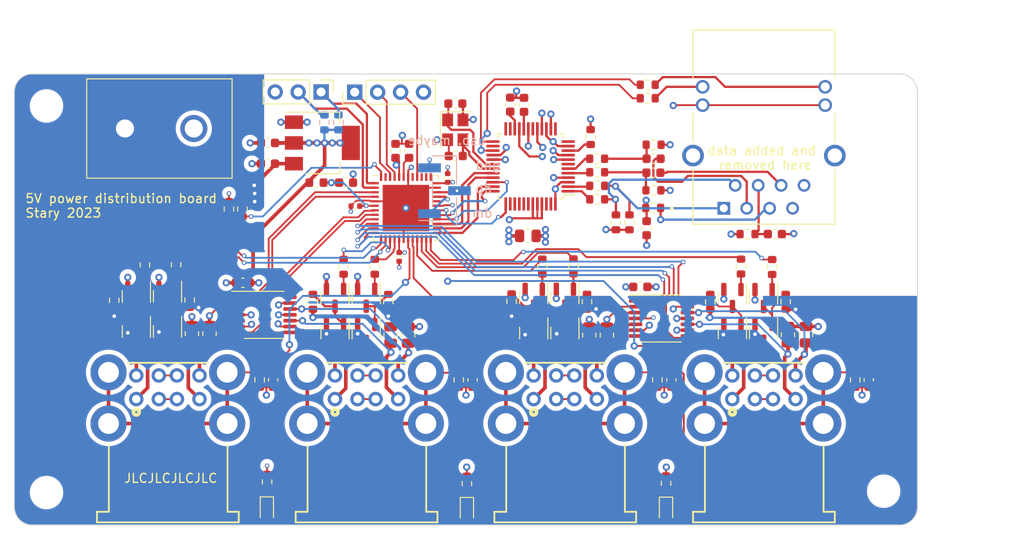
<source format=kicad_pcb>
(kicad_pcb (version 20221018) (generator pcbnew)
  (layers (0 "F.Cu" signal) (1 "In1.Cu" signal) (2 "In2.Cu" signal) (31 "B.Cu" signal) (34 "B.Paste" user) (35 "F.Paste" user) (36 "B.SilkS" user "B.Silkscreen") (37 "F.SilkS" user "F.Silkscreen") (38 "B.Mask" user) (39 "F.Mask" user) (44 "Edge.Cuts" user))
  (net 0 "")
  (net 1 "+3V3")
  (net 2 "GND")
  (net 3 "Net-(J3-Shield)")
  (net 4 "Net-(D1-K)")
  (net 5 "/led1")
  (net 6 "Net-(D2-K)")
  (net 7 "/led2")
  (net 8 "Net-(J3-VBUS1)")
  (net 9 "Net-(J3-D1+)")
  (net 10 "Net-(J3-VBUS2)")
  (net 11 "Net-(J3-D2+)")
  (net 12 "Net-(Q1-G)")
  (net 13 "+5V")
  (net 14 "Net-(Q2-G)")
  (net 15 "Net-(Q3-B)")
  (net 16 "Net-(Q4-B)")
  (net 17 "/Vsense")
  (net 18 "Net-(J4-Shield)")
  (net 19 "Net-(J5-Shield)")
  (net 20 "Net-(J6-Shield)")
  (net 21 "Net-(J4-VBUS1)")
  (net 22 "Net-(J4-D1+)")
  (net 23 "/port1_isense1")
  (net 24 "Net-(J4-VBUS2)")
  (net 25 "Net-(J4-D2+)")
  (net 26 "/port1_isense2")
  (net 27 "Net-(J5-VBUS1)")
  (net 28 "Net-(J5-D1+)")
  (net 29 "/port3_isense1")
  (net 30 "Net-(J5-VBUS2)")
  (net 31 "Net-(J5-D2+)")
  (net 32 "/port3_isense2")
  (net 33 "Net-(J6-VBUS1)")
  (net 34 "Net-(J6-D1+)")
  (net 35 "Net-(J6-VBUS2)")
  (net 36 "Net-(J6-D2+)")
  (net 37 "Net-(Q5-G)")
  (net 38 "Net-(Q6-G)")
  (net 39 "Net-(Q7-B)")
  (net 40 "Net-(Q8-B)")
  (net 41 "Net-(Q11-C)")
  (net 42 "Net-(Q10-G)")
  (net 43 "Net-(Q11-B)")
  (net 44 "Net-(Q12-B)")
  (net 45 "Net-(Q13-G)")
  (net 46 "Net-(Q14-G)")
  (net 47 "Net-(Q15-B)")
  (net 48 "Net-(Q16-B)")
  (net 49 "Net-(U1-EXRES1)")
  (net 50 "Net-(U1-TXN)")
  (net 51 "Net-(U1-TXP)")
  (net 52 "/Ethernet/avdd")
  (net 53 "Net-(U1-RXN)")
  (net 54 "Net-(U1-RXP)")
  (net 59 "Net-(U1-TOCAP)")
  (net 60 "Net-(U1-1V2O)")
  (net 63 "/Ethernet/linkled")
  (net 65 "/Ethernet/actled")
  (net 66 "Net-(U1-XI{slash}CLKIN)")
  (net 67 "Net-(U1-XO)")
  (net 75 "/Ethernet/eth_txp")
  (net 76 "/Ethernet/eth_txn")
  (net 77 "/Ethernet/eth_rxp")
  (net 78 "Net-(J7-TCT)")
  (net 79 "Net-(J7-RCT)")
  (net 80 "/Ethernet/eth_rxn")
  (net 82 "Net-(J7-Pad10)")
  (net 83 "Net-(J7-Pad12)")
  (net 84 "Net-(J7-RD+)")
  (net 85 "Net-(J7-RD-)")
  (net 86 "Net-(C13-Pad1)")
  (net 87 "/port2_isense1+")
  (net 88 "/port2_isense2+")
  (net 89 "/port4_isense1+")
  (net 90 "/port4_isense2+")
  (net 91 "/mcu_vddana")
  (net 92 "+1V8")
  (net 93 "/port1_isense2_out")
  (net 94 "/port1_isense1_out")
  (net 95 "/port2_isense2_out")
  (net 96 "/port2_isense1_out")
  (net 97 "/port3_isense2_out")
  (net 98 "/port3_isense1_out")
  (net 99 "/port4_isense2_out")
  (net 100 "/port4_isense1_out")
  (net 101 "/port1_switch_1")
  (net 102 "/port1_switch_2")
  (net 103 "/port2_switch_1")
  (net 104 "/port2_switch_2")
  (net 105 "/port3_switch_1")
  (net 106 "/port3_switch_2")
  (net 107 "/port4_switch_1")
  (net 108 "/port4_switch_2")
  (net 109 "Net-(J8-Pin_1)")
  (net 110 "Net-(J8-Pin_2)")
  (net 111 "/swclk")
  (net 112 "/swdio")
  (net 114 "Net-(J9-Pin_1)")
  (net 115 "Net-(J9-Pin_2)")
  (net 119 "/mcu_~{reset}")
  (net 122 "Net-(D3-K)")
  (net 123 "/led3")
  (net 124 "eth_~{cs}")
  (net 125 "eth_clk")
  (net 126 "eth_miso")
  (net 127 "eth_mosi")
  (net 128 "eth_~{int}")
  (net 129 "eth_~{rst}")
  (footprint "Package_TO_SOT_SMD:SOT-23" (layer "F.Cu") (at 144.75 98.55 -90)
    (fp_text reference "Q12" hide)
    (fp_text value "MMBT3904")
  )
  (footprint "Package_TO_SOT_SMD:SOT-23" (layer "F.Cu") (at 119.3 98.5625 -90)
    (fp_text reference "Q7" hide)
    (fp_text value "MMBT3904")
  )
  (footprint "Resistor_SMD:R_0805_2012Metric" (layer "F.Cu") (at 149.4 102.7 90)
    (fp_text reference "R20" hide)
    (fp_text value "5m")
  )
  (footprint "MountingHole:MountingHole_3.2mm_M3" (layer "F.Cu") (at 180.2 77.3)
    (fp_text reference "H4" hide)
    (fp_text value "MountingHole")
  )
  (footprint "Package_TO_SOT_SMD:SOT-23" (layer "F.Cu") (at 97.3 98.4125 -90)
    (fp_text reference "Q3" hide)
    (fp_text value "MMBT3904")
  )
  (footprint "Resistor_SMD:R_0603_1608Metric" (layer "F.Cu") (at 148.325 84.65)
    (fp_text reference "R36" hide)
    (fp_text value "33")
  )
  (footprint "Capacitor_SMD:C_0402_1005Metric" (layer "F.Cu") (at 126.4 94.025 -90)
    (fp_text reference "C21" hide)
    (fp_text value "100n")
  )
  (footprint "Resistor_SMD:R_0603_1608Metric" (layer "F.Cu") (at 164.975 91.5)
    (fp_text reference "R43" hide)
    (fp_text value "10")
  )
  (footprint "Package_TO_SOT_SMD:SOT-23" (layer "F.Cu") (at 119.3 102.4625 -90)
    (fp_text reference "Q5" hide)
    (fp_text value "AO3401A")
  )
  (footprint "Crystal:Crystal_SMD_3225-4Pin_3.2x2.5mm" (layer "F.Cu") (at 132.615 79.945 -90)
    (fp_text reference "Y1" hide)
    (fp_text value "RH100-25.000-18-F-1020-EXT-TR")
  )
  (footprint "Resistor_SMD:R_0603_1608Metric" (layer "F.Cu") (at 133 107.65 -90)
    (fp_text reference "R3" hide)
    (fp_text value "1M")
  )
  (footprint "Resistor_SMD:R_0805_2012Metric" (layer "F.Cu") (at 140.65 91.7)
    (fp_text reference "FB1" hide)
    (fp_text value "MH2029-601Y")
  )
  (footprint "Capacitor_SMD:C_0402_1005Metric" (layer "F.Cu") (at 121.55 88.4 180)
    (fp_text reference "C18" hide)
    (fp_text value "100n")
  )
  (footprint "LED_SMD:LED_0603_1608Metric" (layer "F.Cu") (at 155.95 122.1375 -90)
    (fp_text reference "D3" hide)
    (fp_text value "LED_Small")
  )
  (footprint "Resistor_SMD:R_0805_2012Metric" (layer "F.Cu") (at 125.45 102.6875 90)
    (fp_text reference "R14" hide)
    (fp_text value "5m")
  )
  (footprint "Capacitor_SMD:C_0603_1608Metric" (layer "F.Cu") (at 132.665 82.845 180)
    (fp_text reference "C10" hide)
    (fp_text value "26p")
  )
  (footprint "Package_TO_SOT_SMD:SOT-23" (layer "F.Cu") (at 141.3 102.4625 -90)
    (fp_text reference "Q9" hide)
    (fp_text value "AO3401A")
  )
  (footprint "Resistor_SMD:R_0603_1608Metric" (layer "F.Cu") (at 111.7775 118.96 90)
    (fp_text reference "R5" hide)
    (fp_text value "R_Small")
  )
  (footprint "Package_TO_SOT_SMD:SOT-23" (layer "F.Cu") (at 122.75 98.5625 -90)
    (fp_text reference "Q8" hide)
    (fp_text value "MMBT3904")
  )
  (footprint "Capacitor_SMD:C_0603_1608Metric" (layer "F.Cu") (at 132.615 77.045)
    (fp_text reference "C4" hide)
    (fp_text value "26p?")
  )
  (footprint "Capacitor_SMD:C_0603_1608Metric" (layer "F.Cu") (at 153.1 97.35 180)
    (fp_text reference "C9" hide)
    (fp_text value "100n")
  )
  (footprint "Capacitor_SMD:C_0603_1608Metric" (layer "F.Cu") (at 140.225 77.175 90)
    (fp_text reference "C12" hide)
    (fp_text value "4.7u")
  )
  (footprint "Resistor_SMD:R_0603_1608Metric" (layer "F.Cu") (at 98.25 94.925 -90)
    (fp_text reference "R11" hide)
    (fp_text value "1k")
  )
  (footprint "Resistor_SMD:R_0603_1608Metric" (layer "F.Cu") (at 120.25 95.125 -90)
    (fp_text reference "R16" hide)
    (fp_text value "1k")
  )
  (footprint "Resistor_SMD:R_0603_1608Metric" (layer "F.Cu") (at 151.9 90.2 90)
    (fp_text reference "R38" hide)
    (fp_text value "50")
  )
  (footprint "Package_TO_SOT_SMD:SOT-23" (layer "F.Cu") (at 100.75 102.2875 -90)
    (fp_text reference "Q2" hide)
    (fp_text value "AO3401A")
  )
  (footprint "stary:ABRACON_ARJM11C7-009-AB-EW2" (layer "F.Cu") (at 166.79 79.75 180)
    (fp_text reference "J7" hide)
    (fp_text value "RJ45_Abracon_ARJM11D7-009-AB-EW2")
  )
  (footprint "Capacitor_SMD:C_0603_1608Metric" (layer "F.Cu") (at 126 82.275 90)
    (fp_text reference "C19" hide)
    (fp_text value "100n")
  )
  (footprint "Package_TO_SOT_SMD:SOT-23" (layer "F.Cu") (at 166.75 102.4375 -90)
    (fp_text reference "Q14" hide)
    (fp_text value "AO3401A")
  )
  (footprint "MountingHole:MountingHole_3.2mm_M3" (layer "F.Cu") (at 87.35 120.15)
    (fp_text reference "H1" hide)
    (fp_text value "MountingHole")
  )
  (footprint "Resistor_SMD:R_0805_2012Metric" (layer "F.Cu") (at 103.45 102.55 90)
    (fp_text reference "R9" hide)
    (fp_text value "5m")
  )
  (footprint "Capacitor_SMD:C_0603_1608Metric" (layer "F.Cu") (at 109.1 96.9 180)
    (fp_text reference "C8" hide)
    (fp_text value "100n")
  )
  (footprint "Capacitor_SMD:C_0603_1608Metric" (layer "F.Cu") (at 111.875 81.4 180)
    (fp_text reference "C2" hide)
    (fp_text value "10u")
  )
  (footprint "Connector_PinHeader_2.54mm:PinHeader_1x04_P2.54mm_Vertical" (layer "F.Cu") (at 121.475 75.775 90)
    (fp_text reference "J1" hide)
    (fp_text value "Conn_01x04")
  )
  (footprint "Capacitor_SMD:C_0603_1608Metric" (layer "F.Cu") (at 153.8 90.85 -90)
    (fp_text reference "C13" hide)
    (fp_text value "10n")
  )
  (footprint "Resistor_SMD:R_0603_1608Metric" (layer "F.Cu") (at 154.525 88.6)
    (fp_text reference "R42" hide)
    (fp_text value "10")
  )
  (footprint "Resistor_SMD:R_0603_1608Metric" (layer "F.Cu") (at 109.05 88.725 -90)
    (fp_text reference "R1" hide)
    (fp_text value "10k")
  )
  (footprint "Package_TO_SOT_SMD:SOT-223-3_TabPin2" (layer "F.Cu") (at 117.9 81.4)
    (fp_text reference "U4" hide)
    (fp_text value "AMS1117-3.3")
  )
  (footprint "Package_TO_SOT_SMD:SOT-23" (layer "F.Cu") (at 100.75 98.3875 -90)
    (fp_text reference "Q4" hide)
    (fp_text value "MMBT3904")
  )
  (footprint "Resistor_SMD:R_0603_1608Metric" (layer "F.Cu") (at 138.85 98.95 90)
    (fp_text reference "R22" hide)
    (fp_text value "10k")
  )
  (footprint "Resistor_SMD:R_0603_1608Metric" (layer "F.Cu") (at 125.2 99 90)
    (fp_text reference "R17" hide)
    (fp_text value "10k")
  )
  (footprint "Resistor_SMD:R_0603_1608Metric" (layer "F.Cu") (at 176.9 107.65 -90)
    (fp_text reference "R26" hide)
    (fp_text value "1M")
  )
  (footprint "Resistor_SMD:R_0603_1608Metric" (layer "F.Cu") (at 154.575 81.6 180)
    (fp_text reference "R40" hide)
    (fp_text value "50")
  )
  (footprint "Capacitor_SMD:C_0603_1608Metric" (layer "F.Cu") (at 168 91.5)
    (fp_text reference "C16" hide)
    (fp_text value "22n")
  )
  (footprint "Resistor_SMD:R_0805_2012Metric" (layer "F.Cu") (at 169.45 102.65 90)
    (fp_text reference "R28" hide)
    (fp_text value "5m")
  )
  (footprint "Resistor_SMD:R_0603_1608Metric" (layer "F.Cu") (at 150.4 90.2 90)
    (fp_text reference "R39" hide)
    (fp_text value "50")
  )
  (footprint "Capacitor_SMD:C_0603_1608Metric" (layer "F.Cu") (at 127.5 82.275 90)
    (fp_text reference "C20" hide)
    (fp_text value "1u")
  )
  (footprint "Resistor_SMD:R_0603_1608Metric" (layer "F.Cu") (at 123.7 95.125 -90)
    (fp_text reference "R18" hide)
    (fp_text value "1k")
  )
  (footprint "Package_TO_SOT_SMD:SOT-23" (layer "F.Cu") (at 163.3 98.5875 -90)
    (fp_text reference "Q15" hide)
    (fp_text value "MMBT3904")
  )
  (footprint "Resistor_SMD:R_0603_1608Metric" (layer "F.Cu") (at 154.55 86.65 180)
    (fp_text reference "R41" hide)
    (fp_text value "50")
  )
  (footprint "Capacitor_SMD:C_0603_1608Metric" (layer "F.Cu") (at 120.525 85.8)
    (fp_text reference "C17" hide)
    (fp_text value "10u")
  )
  (footprint "LED_SMD:LED_0603_1608Metric" (layer "F.Cu") (at 133.9 122.175 -90)
    (fp_text reference "D2" hide)
    (fp_text value "LED_Small")
  )
  (footprint "Capacitor_SMD:C_0603_1608Metric" (layer "F.Cu") (at 112.45 107.65 -90)
    (fp_text reference "C5" hide)
    (fp_text value "100n")
  )
  (footprint "Resistor_SMD:R_0603_1608Metric" (layer "F.Cu") (at 155.95 119.125 90)
    (fp_text reference "R46" hide)
    (fp_text value "R_Small")
  )
  (footprint "Package_QFP:LQFP-48_7x7mm_P0.5mm" (layer "F.Cu") (at 140.95 84 180)
    (fp_text reference "U1" hide)
    (fp_text value "W5500")
  )
  (footprint "Capacitor_SMD:C_0603_1608Metric" (layer "F.Cu") (at 154.575 83.15)
    (fp_text reference "C14" hide)
    (fp_text value "6.8n")
  )
  (footprint "Resistor_SMD:R_0603_1608Metric" (layer "F.Cu") (at 164.25 95.1 -90)
    (fp_text reference "R30" hide)
    (fp_text value "1k")
  )
  (footprint "Resistor_SMD:R_0603_1608Metric" (layer "F.Cu") (at 142.25 95.1 -90)
    (fp_text reference "R23" hide)
    (fp_text value "1k")
  )
  (footprint "MountingHole:MountingHole_3.2mm_M3" (layer "F.Cu") (at 87.35 77.3)
    (fp_text reference "H3" hide)
    (fp_text value "MountingHole")
  )
  (footprint "Resistor_SMD:R_0603_1608Metric" (layer "F.Cu") (at 148.325 87.65)
    (fp_text reference "R34" hide)
    (fp_text value "33")
  )
  (footprint "Resistor_SMD:R_0603_1608Metric" (layer "F.Cu") (at 110.95 107.65 -90)
    (fp_text reference "R7" hide)
    (fp_text value "1M")
  )
  (footprint "Capacitor_SMD:C_0603_1608Metric" (layer "F.Cu") (at 134.53 107.65 -90)
    (fp_text reference "C1" hide)
    (fp_text value "100n")
  )
  (footprint "Resistor_SMD:R_0603_1608Metric" (layer "F.Cu") (at 169.2 99 90)
    (fp_text reference "R31" hide)
    (fp_text value "10k")
  )
  (footprint "Package_TO_SOT_SMD:SOT-23" (layer "F.Cu") (at 166.75 98.5875 -90)
    (fp_text reference "Q16" hide)
    (fp_text value "MMBT3904")
  )
  (footprint "Resistor_SMD:R_0603_1608Metric" (layer "F.Cu") (at 94.85 98.85 90)
    (fp_text reference "R10" hide)
    (fp_text value "10k")
  )
  (footprint "stary:GCT_USB1035-XX-X-X-X-B_REVE" (layer "F.Cu") (at 166.79 112.5)
    (fp_text reference "J6" hide)
    (fp_text value "USB_A_Stacked")
  )
  (footprint "Package_TO_SOT_SMD:SOT-23" (layer "F.Cu") (at 97.3 102.2875 -90)
    (fp_text reference "Q1" hide)
    (fp_text value "AO3401A")
  )
  (footprint "Package_TO_SOT_SMD:SOT-23" (layer "F.Cu") (at 122.75 102.4625 -90)
    (fp_text reference "Q6" hide)
    (fp_text value "AO3401A")
  )
  (footprint "Package_SO:TSSOP-14_4.4x5mm_P0.65mm" (layer "F.Cu") (at 111.45 100.45)
    (fp_text reference "U2" hide)
    (fp_text value "INA4180")
  )
  (footprint "stary:Amphenol_YK3210203000G" (layer "F.Cu") (at 99.85 79.8)
    (fp_text reference "J2" hide)
    (fp_text value "Screw_Terminal_01x02")
  )
  (footprint "Inductor_SMD:L_0603_1608Metric" (layer "F.Cu") (at 117.2375 85.8 180)
    (fp_text reference "FB2" hide)
    (fp_text value "FerriteBead_Small")
  )
  (footprint "Package_TO_SOT_SMD:SOT-23" (layer "F.Cu") (at 144.75 102.4625 -90)
    (fp_text reference "Q10" hide)
    (fp_text value "AO3401A")
  )
  (footprint "Capacitor_SMD:C_0603_1608Metric" (layer "F.Cu") (at 138.7 77.15 90)
    (fp_text reference "C11" hide)
    (fp_text value "10n")
  )
  (footprint "Resistor_SMD:R_0603_1608Metric" (layer "F.Cu") (at 147.2 99 90)
    (fp_text reference "R24" hide)
    (fp_text value "10k")
  )
  (footprint "Resistor_SMD:R_0603_1608Metric" (layer "F.Cu") (at 145.7 95.075 -90)
    (fp_text reference "R25" hide)
    (fp_text value "1k")
  )
  (footprint "Resistor_SMD:R_0603_1608Metric" (layer "F.Cu") (at 116.85 99 90)
    (fp_text reference "R15" hide)
    (fp_text value "10k")
  )
  (footprint "Resistor_SMD:R_0805_2012Metric" (layer "F.Cu") (at 147.45 102.7 90)
    (fp_text reference "R21" hide)
    (fp_text value "5m")
  )
  (footprint "stary:GCT_USB1035-XX-X-X-X-B_REVE" (layer "F.Cu") (at 144.79 112.5)
    (fp_text reference "J5" hide)
    (fp_text value "USB_A_Stacked")
  )
  (footprint "Capacitor_SMD:C_0603_1608Metric" (layer "F.Cu") (at 111.875 83.7 180)
    (fp_text reference "C3" hide)
    (fp_text value "10u")
  )
  (footprint "Resistor_SMD:R_0603_1608Metric" (layer "F.Cu") (at 101.7 94.9 -90)
    (fp_text reference "R13" hide)
    (fp_text value "1k")
  )
  (footprint "Resistor_SMD:R_0603_1608Metric" (layer "F.Cu") (at 147.6 80.75 90)
    (fp_text reference "R33" hide)
    (fp_text value "12.4k")
  )
  (footprint "Resistor_SMD:R_0603_1608Metric" (layer "F.Cu") (at 154.99 107.65 -90)
    (fp_text reference "R19" hide)
    (fp_text value "1M")
  )
  (footprint "Capacitor_SMD:C_0603_1608Metric" (layer "F.Cu") (at 178.4 107.65 -90)
    (fp_text reference "C7" hide)
    (fp_text value "100n")
  )
  (footprint "Resistor_SMD:R_0603_1608Metric" (layer "F.Cu") (at 148.325 86.15)
    (fp_text reference "R35" hide)
    (fp_text value "33")
  )
  (footprint "Resistor_SMD:R_0603_1608Metric" (layer "F.Cu") (at 153.925 74.95 180)
    (fp_text reference "R44" hide)
    (fp_text value "330")
  )
  (footprint "Resistor_SMD:R_0603_1608Metric" (layer "F.Cu") (at 107.55 88.725 90)
    (fp_text reference "R2" hide)
    (fp_text value "10k")
  )
  (footprint "Capacitor_SMD:C_0603_1608Metric" (layer "F.Cu") (at 154.55 84.7)
    (fp_text reference "C15" hide)
    (fp_text value "6.8n")
  )
  (footprint "Resistor_SMD:R_0805_2012Metric" (layer "F.Cu") (at 127.4 102.6875 90)
    (fp_text reference "R4" hide)
    (fp_text value "5m")
  )
  (footprint "Resistor_SMD:R_0805_2012Metric" (layer "F.Cu") (at 105.4 102.55 90)
    (fp_text reference "R8" hide)
    (fp_text value "5m")
  )
  (footprint "Resistor_SMD:R_0603_1608Metric" (layer "F.Cu") (at 160.85 99 90)
    (fp_text reference "R29" hide)
    (fp_text value "10k")
  )
  (footprint "Package_DFN_QFN:QFN-48-1EP_7x7mm_P0.5mm_EP5.15x5.15mm" (layer "F.Cu") (at 127.145 88.615)
    (fp_text reference "U5" hide)
    (fp_text value "ATSAMD21G17A-M")
  )
  (footprint "Package_TO_SOT_SMD:SOT-23" (layer "F.Cu") (at 163.3 102.45 -90)
    (fp_text reference "Q13" hide)
    (fp_text value "AO3401A")
  )
  (footprint "LED_SMD:LED_0603_1608Metric" (layer "F.Cu") (at 111.75 122.1125 -90)
    (fp_text reference "D1" hide)
    (fp_text value "LED_Small")
  )
  (footprint "Resistor_SMD:R_0805_2012Metric" (layer "F.Cu") (at 171.45 102.65 90)
    (fp_text reference "R27" hide)
    (fp_text value "5m")
  )
  (footprint "Resistor_SMD:R_0603_1608Metric" (layer "F.Cu") (at 153.925 76.45 180)
    (fp_text reference "R45" hide)
    (fp_text value "330")
  )
  (footprint "MountingHole:MountingHole_3.2mm_M3" (layer "F.Cu") (at 180.05 120)
    (fp_text reference "H2" hide)
    (fp_text value "MountingHole")
  )
  (footprint "Resistor_SMD:R_0603_1608Metric" (layer "F.Cu") (at 148.325 83.15)
    (fp_text reference "R37" hide)
    (fp_text value "33")
  )
  (footprint "Resistor_SMD:R_0603_1608Metric" (layer "F.Cu") (at 133.9 119.15 90)
    (fp_text reference "R6" hide)
    (fp_text value "R_Small")
  )
  (footprint "Capacitor_SMD:C_0402_1005Metric" (layer "F.Cu") (at 131.775 85.28 90)
    (fp_text reference "C22" hide)
    (fp_text value "100n")
  )
  (footprint "Package_TO_SOT_SMD:SOT-23" (layer "F.Cu") (at 141.3 98.5625 -90)
    (fp_text reference "Q11" hide)
    (fp_text value "MMBT3904")
  )
  (footprint "stary:GCT_USB1035-XX-X-X-X-B_REVE" (layer "F.Cu") (at 100.79 112.5)
    (fp_text reference "J3" hide)
    (fp_text value "USB_A_Stacked")
  )
  (footprint "Resistor_SMD:R_0603_1608Metric" (layer "F.Cu") (at 167.7 95.15 -90)
    (fp_text reference "R32" hide)
    (fp_text value "1k")
  )
  (footprint "Connector_PinHeader_2.54mm:PinHeader_1x03_P2.54mm_Vertical" (layer "F.Cu") (at 117.755 75.75 -90)
    (fp_text reference "J8" hide)
    (fp_text value "Conn_01x03_Pin")
  )
  (footprint "Capacitor_SMD:C_0603_1608Metric" (layer "F.Cu") (at 156.55 107.65 -90)
    (fp_text reference "C6" hide)
    (fp_text value "100n")
  )
  (footprint "Resistor_SMD:R_0603_1608Metric" (layer "F.Cu") (at 103.2 98.8 90)
    (fp_text reference "R12" hide)
    (fp_text value "10k")
  )
  (footprint "Package_SO:TSSOP-14_4.4x5mm_P0.65mm" (layer "F.Cu") (at 155.45 100.85)
    (fp_text reference "U3" hide)
    (fp_text value "INA4180")
  )
  (footprint "stary:GCT_USB1035-XX-X-X-X-B_REVE" (layer "F.Cu") (at 122.79 112.5)
    (fp_text reference "J4" hide)
    (fp_text value "USB_A_Stacked")
  )
  (footprint "Connector_PinHeader_2.54mm:PinHeader_1x03_P2.54mm_Vertical_SMD_Pin1Left" (layer "B.Cu") (at 131.42 86.7)
    (fp_text reference "J9" hide)
    (fp_text value "Conn_01x03_Pin")
  )
  (footprint "Resistor_SMD:R_0603_1608Metric" (layer "B.Cu") (at 119.675 79.125 90)
    (fp_text reference "R47" hide)
    (fp_text value "R_Small")
  )
  (footprint "Resistor_SMD:R_0603_1608Metric" (layer "B.Cu") (at 118.125 79.125 90)
    (fp_text reference "R48" hide)
    (fp_text value "R_Small")
  )
  (gr_line (start 181.79 123.75) (end 85.79 123.75) (stroke (width 0.1)) (layer "Edge.Cuts"))
  (gr_line (start 83.79 121.75) (end 83.79 75.75) (stroke (width 0.1)) (layer "Edge.Cuts"))
  (gr_line (start 183.79 75.75) (end 183.79 121.75) (stroke (width 0.1)) (layer "Edge.Cuts"))
  (gr_arc (start 85.79 123.75) (mid 84.375786 123.164214) (end 83.79 121.75) (stroke (width 0.1)) (layer "Edge.Cuts"))
  (gr_arc (start 83.79 75.75) (mid 84.375786 74.335786) (end 85.79 73.75) (stroke (width 0.1)) (layer "Edge.Cuts"))
  (gr_arc (start 181.79 73.75) (mid 183.204214 74.335786) (end 183.79 75.75) (stroke (width 0.1)) (layer "Edge.Cuts"))
  (gr_line (start 85.79 73.75) (end 181.79 73.75) (stroke (width 0.1)) (layer "Edge.Cuts"))
  (gr_arc (start 183.79 121.75) (mid 183.204214 123.164214) (end 181.79 123.75) (stroke (width 0.1)) (layer "Edge.Cuts"))
  (gr_text "gnd" (at 137.675 84.45) (layer "B.SilkS") (effects (font (size 1 1)) (justify left bottom mirror)))
  (gr_text "dp" (at 136.775 87.05) (layer "B.SilkS") (effects (font (size 1 1)) (justify left bottom mirror)))
  (gr_text "usb. maybe" (at 136.075 81.7) (layer "B.SilkS") (effects (font (size 1 1)) (justify left bottom mirror)))
  (gr_text "dm" (at 136.825 89.75) (layer "B.SilkS") (effects (font (size 1 1)) (justify left bottom mirror)))
  (gr_text "5V power distribution board\nStary 2023" (at 84.925 89.75) (layer "F.SilkS") (effects (font (size 1 1)) (justify left bottom)))
  (gr_text "data added and \nremoved here" (at 166.925 83.05) (layer "F.SilkS") (effects (font (size 1 1))))
  (gr_text "JLCJLCJLCJLC" (at 95.875 119.15) (layer "F.SilkS") (effects (font (size 1 1)) (justify left bottom)))
  (segment (start 116.4 81.4) (end 114.75 81.4) (width 0.4) (layer "F.Cu") (net 1))
  (segment (start 110.225 95.3) (end 109.875 95.65) (width 0.4) (layer "F.Cu") (net 1))
  (segment (start 130.5825 85.865) (end 131.67 85.865) (width 0.2) (layer "F.Cu") (net 1))
  (segment (start 139.7375 91.7) (end 138.55 91.7) (width 0.4) (layer "F.Cu") (net 1))
  (segment (start 118.15 81.4) (end 118.15 83.9) (width 0.4) (layer "F.Cu") (net 1))
  (segment (start 126.4 83.45) (end 126 83.05) (width 0.2) (layer "F.Cu") (net 1))
  (segment (start 138.75 89.75) (end 141.65 89.75) (width 0.25) (layer "F.Cu") (net 1))
  (segment (start 118.15 81.4) (end 119 81.4) (width 0.4) (layer "F.Cu") (net 1))
  (segment (start 131.67 85.865) (end 131.775 85.76) (width 0.2) (layer "F.Cu") (net 1))
  (segment (start 138.6 89.9) (end 138.75 89.75) (width 0.25) (layer "F.Cu") (net 1))
  (segment (start 126.073792 83.851208) (end 126.073792 83.123792) (width 0.2) (layer "F.Cu") (net 1))
  (segment (start 152.5875 100.85) (end 154.45 100.85) (width 0.2) (layer "F.Cu") (net 1))
  (segment (start 131.775 85.76) (end 132.315 85.76) (width 0.2) (layer "F.Cu") (net 1))
  (segment (start 132.315 85.76) (end 132.325 85.75) (width 0.2) (layer "F.Cu") (net 1))
  (segment (start 141.2 88.1625) (end 141.2 89.75) (width 0.25) (layer "F.Cu") (net 1))
  (segment (start 126.4 85.075) (end 126.4 83.45) (width 0.2) (layer "F.Cu") (net 1))
  (segment (start 112.65 81.4) (end 116.4 81.4) (width 0.4) (layer "F.Cu") (net 1))
  (segment (start 137.624695 82.75) (end 136.7875 82.75) (width 0.25) (layer "F.Cu") (net 1))
  (segment (start 109.875 95.65) (end 109.875 96.9) (width 0.4) (layer "F.Cu") (net 1))
  (segment (start 126.073792 83.123792) (end 126 83.05) (width 0.2) (layer "F.Cu") (net 1))
  (segment (start 141.75 89.75) (end 142.2 89.75) (width 0.25) (layer "F.Cu") (net 1))
  (segment (start 119 81.4) (end 119.85 81.4) (width 0.4) (layer "F.Cu") (net 1))
  (segment (start 117.3 81.4) (end 118.15 81.4) (width 0.4) (layer "F.Cu") (net 1))
  (segment (start 142.2 89.75) (end 142.2 88.1625) (width 0.25) (layer "F.Cu") (net 1))
  (segment (start 110.225 91.825) (end 110.225 95.3) (width 0.4) (layer "F.Cu") (net 1))
  (segment (start 127 93.545) (end 126.4 93.545) (width 0.2) (layer "F.Cu") (net 1))
  (segment (start 154.45 100.85) (end 154.55 100.75) (width 0.2) (layer "F.Cu") (net 1))
  (segment (start 141.2 89.75) (end 141.75 89.75) (width 0.25) (layer "F.Cu") (net 1))
  (segment (start 141.7 88.1625) (end 141.7 89.7) (width 0.2) (layer "F.Cu") (net 1))
  (segment (start 121.05 81.4) (end 119.85 81.4) (width 0.4) (layer "F.Cu") (net 1))
  (segment (start 116.4 81.4) (end 117.3 81.4) (width 0.4) (layer "F.Cu") (net 1))
  (segment (start 141.7 89.7) (end 141.75 89.75) (width 0.2) (layer "F.Cu") (net 1))
  (segment (start 114.75 81.4) (end 112.65 81.4) (width 0.4) (layer "F.Cu") (net 1))
  (segment (start 154.85 97.35) (end 153.875 97.35) (width 0.4) (layer "F.Cu") (net 1))
  (segment (start 126.395 93.54) (end 126.4 93.545) (width 0.2) (layer "F.Cu") (net 1))
  (segment (start 109.875 96.9) (end 110.85 96.9) (width 0.4) (layer "F.Cu") (net 1))
  (segment (start 138.55 91.7) (end 138.55 92.35) (width 0.4) (layer "F.Cu") (net 1))
  (segment (start 118.15 83.9) (end 110.225 91.825) (width 0.4) (layer "F.Cu") (net 1))
  (segment (start 138.25 82.124695) (end 137.624695 82.75) (width 0.25) (layer "F.Cu") (net 1))
  (segment (start 126.395 92.0525) (end 126.395 93.54) (width 0.2) (layer "F.Cu") (net 1))
  (segment (start 108.5875 100.45) (end 110 100.45) (width 0.2) (layer "F.Cu") (net 1))
  (segment (start 138.55 91.7) (end 138.55 91.05) (width 0.4) (layer "F.Cu") (net 1))
  (segment (start 138.25 81.9) (end 138.25 82.124695) (width 0.25) (layer "F.Cu") (net 1))
  (via (at 119 81.4) (size 0.8) (drill 0.4) (layers "F.Cu" "B.Cu") (net 1))
  (via (at 132.325 85.75) (size 0.5) (drill 0.3) (layers "F.Cu" "B.Cu") (net 1))
  (via (at 127 93.545) (size 0.5) (drill 0.3) (layers "F.Cu" "B.Cu") (net 1))
  (via (at 118.15 81.4) (size 0.8) (drill 0.4) (layers "F.Cu" "B.Cu") (net 1))
  (via (at 138.25 81.9) (size 0.8) (drill 0.4) (layers "F.Cu" "B.Cu") (net 1))
  (via (at 138.55 91.7) (size 0.8) (drill 0.4) (layers "F.Cu" "B.Cu") (net 1))
  (via (at 117.3 81.4) (size 0.8) (drill 0.4) (layers "F.Cu" "B.Cu") (net 1))
  (via (at 138.55 92.35) (size 0.8) (drill 0.4) (layers "F.Cu" "B.Cu") (net 1))
  (via (at 138.6 89.9) (size 0.8) (drill 0.4) (layers "F.Cu" "B.Cu") (net 1))
  (via (at 110 100.45) (size 0.8) (drill 0.4) (layers "F.Cu" "B.Cu") (net 1))
  (via (at 154.85 97.35) (size 0.8) (drill 0.4) (layers "F.Cu" "B.Cu") (net 1))
  (via (at 110.85 96.9) (size 0.8) (drill 0.4) (layers "F.Cu" "B.Cu") (net 1))
  (via (at 126.073792 83.851208) (size 0.8) (drill 0.4) (layers "F.Cu" "B.Cu") (net 1))
  (via (at 119.85 81.4) (size 0.8) (drill 0.4) (layers "F.Cu" "B.Cu") (net 1))
  (via (at 138.55 91.05) (size 0.8) (drill 0.4) (layers "F.Cu" "B.Cu") (net 1))
  (via (at 116.4 81.4) (size 0.8) (drill 0.4) (layers "F.Cu" "B.Cu") (net 1))
  (via (at 154.55 100.75) (size 0.5) (drill 0.3) (layers "F.Cu" "B.Cu") (net 1))
  (segment (start 118.125 81.375) (end 118.15 81.4) (width 0.25) (layer "B.Cu") (net 1))
  (segment (start 118.125 79.95) (end 119.675 79.95) (width 0.25) (layer "B.Cu") (net 1))
  (segment (start 118.125 79.95) (end 118.125 81.375) (width 0.25) (layer "B.Cu") (net 1))
  (segment (start 154.99 108.475) (end 155.75 108.475) (width 0.2) (layer "F.Cu") (net 2))
  (segment (start 157 99.55) (end 158.3125 99.55) (width 0.2) (layer "F.Cu") (net 2))
  (segment (start 130.5825 86.365) (end 129.395 86.365) (width 0.2) (layer "F.Cu") (net 2))
  (segment (start 150.8 99.55) (end 149.4 100.95) (width 0.2) (layer "F.Cu") (net 2))
  (segment (start 130.605 81.045) (end 130.6 81.05) (width 0.25) (layer "F.Cu") (net 2))
  (segment (start 155.95 118.3) (end 155.95 117.35) (width 0.2) (layer "F.Cu") (net 2))
  (segment (start 126.7 80.6125) (end 126.75 80.5625) (width 0.2) (layer "F.Cu") (net 2))
  (segment (start 131.89 82.845) (end 131.89 81.17) (width 0.2) (layer "F.Cu") (net 2))
  (segment (start 121.68 87.79) (end 121.07 88.4) (width 0.2) (layer "F.Cu") (net 2))
  (segment (start 112.4 108.475) (end 112.45 108.425) (width 0.2) (layer "F.Cu") (net 2))
  (segment (start 127.395 85.1775) (end 127.395 88.365) (width 0.2) (layer "F.Cu") (net 2))
  (segment (start 121.8 97.625) (end 121.8 96.2) (width 0.4) (layer "F.Cu") (net 2))
  (segment (start 149.4 101.7875) (end 149.4 100.95) (width 0.4) (layer "F.Cu") (net 2))
  (segment (start 139.35 76.4) (end 139.35 75.7) (width 0.25) (layer "F.Cu") (net 2))
  (segment (start 131.89 81.17) (end 131.765 81.045) (width 0.2) (layer "F.Cu") (net 2))
  (segment (start 113.0495 99.35) (end 113.2495 99.15) (width 0.2) (layer "F.Cu") (net 2))
  (segment (start 156.75 99.8) (end 157 99.55) (width 0.2) (layer "F.Cu") (net 2))
  (segment (start 133 108.475) (end 133.8 108.475) (width 0.2) (layer "F.Cu") (net 2))
  (segment (start 144.025305 82.75) (end 143.525305 82.25) (width 0.25) (layer "F.Cu") (net 2))
  (segment (start 142.2 79.8375) (end 142.2 78.1) (width 0.25) (layer "F.Cu") (net 2))
  (segment (start 114.3125 101.75) (end 113.3 101.75) (width 0.2) (layer "F.Cu") (net 2))
  (segment (start 113.3 101.75) (end 113 101.45) (width 0.2) (layer "F.Cu") (net 2))
  (segment (start 118.35 97.625) (end 118.35 96.2) (width 0.4) (layer "F.Cu") (net 2))
  (segment (start 171.45 101.7375) (end 172.7875 101.7375) (width 0.4) (layer "F.Cu") (net 2))
  (segment (start 111.7775 118.135) (end 111.7775 117.1775) (width 0.2) (layer "F.Cu") (net 2))
  (segment (start 126.395 87.865) (end 127.145 88.615) (width 0.2) (layer "F.Cu") (net 2))
  (segment (start 170.05 91.5) (end 170.1 91.45) (width 0.25) (layer "F.Cu") (net 2))
  (segment (start 107.55 87.9) (end 107.55 87) (width 0.2) (layer "F.Cu") (net 2))
  (segment (start 155.95 117.35) (end 155.975 117.325) (width 0.2) (layer "F.Cu") (net 2))
  (segment (start 127.75 84.1) (end 127.4 84.45) (width 0.2) (layer "F.Cu") (net 2))
  (segment (start 126.895 88.865) (end 127.145 88.615) (width 0.2) (layer "F.Cu") (net 2))
  (segment (start 133.465 78.845) (end 134.555 78.845) (width 0.25) (layer "F.Cu") (net 2))
  (segment (start 108.325 96.9) (end 107.25 96.9) (width 0.4) (layer "F.Cu") (net 2))
  (segment (start 143.2 79.8375) (end 143.2 78.2) (width 0.25) (layer "F.Cu") (net 2))
  (segment (start 123.7075 87.865) (end 126.395 87.865) (width 0.2) (layer "F.Cu") (net 2))
  (segment (start 143.7 86.359314) (end 143.7 88.1625) (width 0.25) (layer "F.Cu") (net 2))
  (segment (start 123.7075 87.865) (end 123.225 87.865) (width 0.2) (layer "F.Cu") (net 2))
  (segment (start 114.75 79.1) (end 116.2 79.1) (width 0.4) (layer "F.Cu") (net 2))
  (segment (start 133.8 108.475) (end 133.8 109.35) (width 0.2) (layer "F.Cu") (net 2))
  (segment (start 121.3 85.525) (end 121.3 84.85) (width 0.2) (layer "F.Cu") (net 2))
  (segment (start 133.465 77.12) (end 133.39 77.045) (width 0.25) (layer "F.Cu") (net 2))
  (segment (start 158.3125 100.85) (end 157.15 100.85) (width 0.2) (layer "F.Cu") (net 2))
  (segment (start 158.3125 102.15) (end 157.15 102.15) (width 0.2) (layer "F.Cu") (net 2))
  (segment (start 147.45 101.7875) (end 147.45 100.95) (width 0.4) (layer "F.Cu") (net 2))
  (segment (start 127.4 84.45) (end 127.4 85.075) (width 0.2) (layer "F.Cu") (net 2))
  (segment (start 131.765 81.045) (end 130.605 81.045) (width 0.25) (layer "F.Cu") (net 2))
  (segment (start 123.15 87.79) (end 121.68 87.79) (width 0.2) (layer "F.Cu") (net 2))
  (segment (start 121.07 88.98) (end 121.05 89) (width 0.2) (layer "F.Cu") (net 2))
  (segment (start 109.8 101.75) (end 108.5875 101.75) (width 0.2) (layer "F.Cu") (net 2))
  (segment (start 152.325 97.35) (end 151.5 97.35) (width 0.2) (layer "F.Cu") (net 2))
  (segment (start 126 81.4875) (end 126.7 81.4875) (width 0.2) (layer "F.Cu") (net 2))
  (segment (start 177.65 108.475) (end 177.65 109.35) (width 0.2) (layer "F.Cu") (net 2))
  (segment (start 127.4 101.775) (end 125.45 101.775) (width 0.4) (layer "F.Cu") (net 2))
  (segment (start 126.4 94.505) (end 126.4 95.2) (width 0.2) (layer "F.Cu") (net 2))
  (segment (start 110.95 108.475) (end 111.7 108.475) (width 0.2) (layer "F.Cu") (net 2))
  (segment (start 111.7775 117.1775) (end 111.775 117.175) (width 0.2) (layer "F.Cu") (net 2))
  (segment (start 178.35 108.475) (end 178.4 108.425) (width 0.2) (layer "F.Cu") (net 2))
  (segment (start 155.75 108.475) (end 155.75 109.35) (width 0.2) (layer "F.Cu") (net 2))
  (segment (start 153.8 91.625) (end 153.8 92.75) (width 0.25) (layer "F.Cu") (net 2))
  (segment (start 147.45 101.7875) (end 149.4 101.7875) (width 0.4) (layer "F.Cu") (net 2))
  (segment (start 133.465 78.845) (end 133.465 77.12) (width 0.25) (layer "F.Cu") (net 2))
  (segment (start 152.5875 102.15) (end 153.55 102.15) (width 0.2) (layer "F.Cu") (net 2))
  (segment (start 113.2495 99.15) (end 114.3125 99.15) (width 0.2) (layer "F.Cu") (net 2))
  (segment (start 153.55 102.15) (end 154.1 101.6) (width 0.2) (layer "F.Cu") (net 2))
  (segment (start 152.5875 99.55) (end 150.8 99.55) (width 0.2) (layer "F.Cu") (net 2))
  (segment (start 111.1 81.4) (end 109.9 81.4) (width 0.4) (layer "F.Cu") (net 2))
  (segment (start 99.8 97.45) (end 99.8 96.3) (width 0.4) (layer "F.Cu") (net 2))
  (segment (start 172.7875 101.7375) (end 172.8 101.75) (width 0.4) (layer "F.Cu") (net 2))
  (segment (start 114.3125 100.45) (end 113.05 100.45) (width 0.2) (layer "F.Cu") (net 2))
  (segment (start 169.45 101.7375) (end 171.45 101.7375) (width 0.4) (layer "F.Cu") (net 2))
  (segment (start 155.75 108.475) (end 156.5 108.475) (width 0.2) (layer "F.Cu") (net 2))
  (segment (start 176.9 108.475) (end 177.65 108.475) (width 0.2) (layer "F.Cu") (net 2))
  (segment (start 111.7 108.475) (end 112.4 108.475) (width 0.2) (layer "F.Cu") (net 2))
  (segment (start 162.35 97.65) (end 162.35 98.7) (width 0.4) (layer "F.Cu") (net 2))
  (segment (start 140.35 97.625) (end 140.35 98.55) (width 0.4) (layer "F.Cu") (net 2))
  (segment (start 126.7 81.4875) (end 126.7 80.6125) (width 0.2) (layer "F.Cu") (net 2))
  (segment (start 111.1 83.7) (end 110.1 83.7) (width 0.4) (layer "F.Cu") (net 2))
  (segment (start 113.3 79.1) (end 114.75 79.1) (width 0.4) (layer "F.Cu") (net 2))
  (segment (start 123.225 87.865) (end 123.15 87.79) (width 0.2) (layer "F.Cu") (net 2))
  (segment (start 127.395 88.365) (end 127.145 88.615) (width 0.2) (layer "F.Cu") (net 2))
  (segment (start 106.8 99.15) (end 105.4 100.55) (width 0.2) (layer "F.Cu") (net 2))
  (segment (start 177.65 108.475) (end 178.35 108.475) (width 0.2) (layer "F.Cu") (net 2))
  (segment (start 139.35 76.4) (end 138.725 76.4) (width 0.25) (layer "F.Cu") (net 2))
  (segment (start 168.775 91.5) (end 170.05 91.5) (width 0.25) (layer "F.Cu") (net 2))
  (segment (start 127.4 101.775) (end 128.625 101.775) (width 0.4) (layer "F.Cu") (net 2))
  (segment (start 108.5875 99.15) (end 106.8 99.15) (width 0.2) (layer "F.Cu") (net 2))
  (segment (start 140.7 79.8375) (end 140.7 81.75) (width 0.25) (layer "F.Cu") (net 2))
  (segment (start 133.9 117.35) (end 133.875 117.325) (width 0.2) (layer "F.Cu") (net 2))
  (segment (start 140.225 76.4) (end 139.35 76.4) (width 0.25) (layer "F.Cu") (net 2))
  (segment (start 143.525305 82.25) (end 143.45 82.25) (width 0.25) (layer "F.Cu") (net 2))
  (segment (start 133.9 118.325) (end 133.9 117.35) (width 0.2) (layer "F.Cu") (net 2))
  (segment (start 126.895 92.0525) (end 126.895 88.865) (width 0.2) (layer "F.Cu") (net 2))
  (segment (start 121.025 85.8) (end 121.3 85.525) (width 0.2) (layer "F.Cu") (net 2))
  (segment (start 105.4 101.6375) (end 105.4 100.55) (width 0.4) (layer "F.Cu") (net 2))
  (segment (start 138.725 76.4) (end 138.7 76.375) (width 0.25) (layer "F.Cu") (net 2))
  (segment (start 131.775 84.8) (end 131.775 84.1) (width 0.2) (layer "F.Cu") (net 2))
  (segment (start 128.625 101.775) (end 128.65 101.75) (width 0.4) (layer "F.Cu") (net 2))
  (segment (start 136.7875 83.25) (end 138.15 83.25) (width 0.25) (layer "F.Cu") (net 2))
  (segment (start 110.05 101.5) (end 109.8 101.75) (width 0.2) (layer "F.Cu") (net 2))
  (segment (start 145.1125 85.75) (end 144.309314 85.75) (width 0.25) (layer "F.Cu") (net 2))
  (segment (start 134.48 108.475) (end 134.53 108.425) (width 0.2) (layer "F.Cu") (net 2))
  (segment (start 103.45 101.6375) (end 103.45 100.65) (width 0.4) (layer "F.Cu") (net 2))
  (segment (start 156.5 108.475) (end 156.55 108.425) (width 0.2) (layer "F.Cu") (net 2))
  (segment (start 121.07 88.4) (end 121.07 88.98) (width 0.2) (layer "F.Cu") (net 2))
  (segment (start 129.395 86.365) (end 127.145 88.615) (width 0.2) (layer "F.Cu") (net 2))
  (segment (start 96.35 97.475) (end 96.35 96.3) (width 0.4) (layer "F.Cu") (net 2))
  (segment (start 126.7 81.4875) (end 127.5 81.4875) (width 0.2) (layer "F.Cu") (net 2))
  (segment (start 144.309314 85.75) (end 143.7 86.359314) (width 0.25) (layer "F.Cu") (net 2))
  (segment (start 165.8 97.65) (end 165.8 98.8) (width 0.4) (layer "F.Cu") (net 2))
  (segment (start 134.555 78.845) (end 134.6 78.8) (width 0.25) (layer "F.Cu") (net 2))
  (segment (start 143.8 97.6125) (end 143.8 98.65) (width 0.4) (layer "F.Cu") (net 2))
  (segment (start 133.8 108.475) (end 134.48 108.475) (width 0.2) (layer "F.Cu") (net 2))
  (segment (start 145.1125 82.75) (end 144.025305 82.75) (width 0.25) (layer "F.Cu") (net 2))
  (segment (start 111.7 108.475) (end 111.7 109.35) (width 0.2) (layer "F.Cu") (net 2))
  (segment (start 147.6 79.925) (end 147.6 78.75) (width 0.25) (layer "F.Cu") (net 2))
  (via (at 107.25 96.9) (size 0.8) (drill 0.4) (layers "F.Cu" "B.Cu") (net 2))
  (via (at 130.6 81.05) (size 0.8) (drill 0.4) (layers "F.Cu" "B.Cu") (net 2))
  (via (at 155.975 117.325) (size 0.8) (drill 0.4) (layers "F.Cu" "B.Cu") (net 2))
  (via (at 140.7 81.75) (size 0.8) (drill 0.4) (layers "F.Cu" "B.Cu") (net 2))
  (via (at 121.8 96.2) (size 0.8) (drill 0.4) (layers "F.Cu" "B.Cu") (net 2))
  (via (at 110.05 101.5) (size 0.8) (drill 0.4) (layers "F.Cu" "B.Cu") (net 2))
  (via (at 157.15 100.85) (size 0.8) (drill 0.4) (layers "F.Cu" "B.Cu") (net 2))
  (via (at 134.6 78.8) (size 0.8) (drill 0.4) (layers "F.Cu" "B.Cu") (net 2))
  (via (at 162.35 98.7) (size 0.8) (drill 0.4) (layers "F.Cu" "B.Cu") (net 2))
  (via (at 99.8 96.3) (size 0.8) (drill 0.4) (layers "F.Cu" "B.Cu") (net 2))
  (via (at 111.775 117.175) (size 0.5) (drill 0.3) (layers "F.Cu" "B.Cu") (net 2))
  (via (at 165.8 98.8) (size 0.8) (drill 0.4) (layers "F.Cu" "B.Cu") (net 2))
  (via (at 143.7 86.5) (size 0.8) (drill 0.4) (layers "F.Cu" "B.Cu") (net 2))
  (via (at 154.1 101.6) (size 0.8) (drill 0.4) (layers "F.Cu" "B.Cu") (net 2))
  (via (at 140.35 98.55) (size 0.8) (drill 0.4) (layers "F.Cu" "B.Cu") (net 2))
  (via (at 105.4 100.55) (size 0.8) (drill 0.4) (layers "F.Cu" "B.Cu") (net 2))
  (via (at 127.145 88.615) (size 0.8) (drill 0.4) (layers "F.Cu" "B.Cu") (net 2))
  (via (at 147.45 100.95) (size 0.8) (drill 0.4) (layers "F.Cu" "B.Cu") (net 2))
  (via (at 116.2 79.1) (size 0.8) (drill 0.4) (layers "F.Cu" "B.Cu") (net 2))
  (via (at 147.6 78.75) (size 0.8) (drill 0.4) (layers "F.Cu" "B.Cu") (net 2))
  (via (at 177.65 109.35) (size 0.8) (drill 0.4) (layers "F.Cu" "B.Cu") (net 2))
  (via (at 126.4 95.2) (size 0.5) (drill 0.3) (layers "F.Cu" "B.Cu") (net 2))
  (via (at 133.8 109.35) (size 0.8) (drill 0.4) (layers "F.Cu" "B.Cu") (net 2))
  (via (at 113.3 79.1) (size 0.8) (drill 0.4) (layers "F.Cu" "B.Cu") (net 2))
  (via (at 126.75 80.5625) (size 0.8) (drill 0.4) (layers "F.Cu" "B.Cu") (net 2))
  (via (at 103.45 100.65) (size 0.8) (drill 0.4) (layers "F.Cu" "B.Cu") (net 2))
  (via (at 153.8 92.75) (size 0.8) (drill 0.4) (layers "F.Cu" "B.Cu") (net 2))
  (via (at 131.775 84.1) (size 0.5) (drill 0.3) (layers "F.Cu" "B.Cu") (net 2))
  (via (at 170.1 91.45) (size 0.8) (drill 0.4) (layers "F.Cu" "B.Cu") (net 2))
  (via (at 113.05 100.45) (size 0.8) (drill 0.4) (layers "F.Cu" "B.Cu") (net 2))
  (via (at 156.75 99.8) (size 0.8) (drill 0.4) (layers "F.Cu" "B.Cu") (net 2))
  (via (at 128.65 101.75) (size 0.8) (drill 0.4) (layers "F.Cu" "B.Cu") (net 2))
  (via (at 157.15 102.15) (size 0.8) (drill 0.4) (layers "F.Cu" "B.Cu") (net 2))
  (via (at 138.15 83.25) (size 0.8) (drill 0.4) (layers "F.Cu" "B.Cu") (net 2))
  (via (at 172.8 101.75) (size 0.8) (drill 0.4) (layers "F.Cu" "B.Cu") (net 2))
  (via (at 129.775 83.25) (size 0.5) (drill 0.3) (layers "F.Cu" "B.Cu") (net 2))
  (via (at 151.5 97.35) (size 0.8) (drill 0.4) (layers "F.Cu" "B.Cu") (net 2))
  (via (at 113 101.45) (size 0.8) (drill 0.4) (layers "F.Cu" "B.Cu") (net 2))
  (via (at 110.1 83.7) (size 0.8) (drill 0.4) (layers "F.Cu" "B.Cu") (net 2))
  (via (at 96.35 96.3) (size 0.8) (drill 0.4) (layers "F.Cu" "B.Cu") (net 2))
  (via (at 121.3 84.85) (size 0.8) (drill 0.4) (layers "F.Cu" "B.Cu") (net 2))
  (via (at 139.4 75.65) (size 0.8) (drill 0.4) (layers "F.Cu" "B.Cu") (net 2))
  (via (at 121.05 89) (size 0.5) (drill 0.3) (layers "F.Cu" "B.Cu") (net 2))
  (via (at 111.7 109.35) (size 0.8) (drill 0.4) (layers "F.Cu" "B.Cu") (net 2))
  (via (at 142.2 78.1) (size 0.8) (drill 0.4) (layers "F.Cu" "B.Cu") (net 2))
  (via (at 133.875 117.325) (size 0.8) (drill 0.4) (layers "F.Cu" "B.Cu") (net 2))
  (via (at 143.45 82.25) (size 0.8) (drill 0.4) (layers "F.Cu" "B.Cu") (net 2))
  (via (at 143.8 98.65) (size 0.8) (drill 0.4) (layers "F.Cu" "B.Cu") (net 2))
  (via (at 118.35 96.2) (size 0.8) (drill 0.4) (layers "F.Cu" "B.Cu") (net 2))
  (via (at 143.2 78.2) (size 0.8) (drill 0.4) (layers "F.Cu" "B.Cu") (net 2))
  (via (at 113.0495 99.35) (size 0.8) (drill 0.4) (layers "F.Cu" "B.Cu") (net 2))
  (via (at 127.75 84.1) (size 0.6) (drill 0.3) (layers "F.Cu" "B.Cu") (net 2))
  (via (at 109.9 81.4) (size 0.8) (drill 0.4) (layers "F.Cu" "B.Cu") (net 2))
  (via (at 149.4 100.95) (size 0.8) (drill 0.4) (layers "F.Cu" "B.Cu") (net 2))
  (via (at 107.55 87) (size 0.5) (drill 0.3) (layers "F.Cu" "B.Cu") (net 2))
  (via (at 155.75 109.35) (size 0.8) (drill 0.4) (layers "F.Cu" "B.Cu") (net 2))
  (segment (start 129.765 83.26) (end 129.775 83.25) (width 0.25) (layer "B.Cu") (net 2))
  (segment (start 129.765 84.16) (end 129.765 83.26) (width 0.25) (layer "B.Cu") (net 2))
  (segment (start 94.22 112.5) (end 107.36 112.5) (width 0.4) (layer "F.Cu") (net 3))
  (segment (start 110.95 106.825) (end 107.365 106.825) (width 0.2) (layer "F.Cu") (net 3))
  (segment (start 112.45 106.875) (end 111 106.875) (width 0.2) (layer "F.Cu") (net 3))
  (segment (start 111 106.875) (end 110.95 106.825) (width 0.2) (layer "F.Cu") (net 3))
  (segment (start 94.22 106.82) (end 94.22 112.5) (width 0.4) (layer "F.Cu") (net 3))
  (segment (start 107.365 106.825) (end 107.36 106.82) (width 0.2) (layer "F.Cu") (net 3))
  (segment (start 107.36 112.5) (end 107.36 106.82) (width 0.4) (layer "F.Cu") (net 3))
  (segment (start 111.7775 119.785) (end 111.7775 121.2975) (width 0.2) (layer "F.Cu") (net 4))
  (segment (start 111.7775 121.2975) (end 111.75 121.325) (width 0.2) (layer "F.Cu") (net 4))
  (segment (start 113.575 121.7) (end 112.375 122.9) (width 0.2) (layer "F.Cu") (net 5))
  (segment (start 113.575 105.05) (end 113.575 121.7) (width 0.2) (layer "F.Cu") (net 5))
  (segment (start 112.375 122.9) (end 111.75 122.9) (width 0.2) (layer "F.Cu") (net 5))
  (segment (start 127.55 96.4) (end 127.1 96.85) (width 0.2) (layer "F.Cu") (net 5))
  (segment (start 114.25 104.375) (end 113.575 105.05) (width 0.2) (layer "F.Cu") (net 5))
  (segment (start 127.395 93.017182) (end 127.55 93.172182) (width 0.2) (layer "F.Cu") (net 5))
  (segment (start 127.395 92.0525) (end 127.395 93.017182) (width 0.2) (layer "F.Cu") (net 5))
  (segment (start 114.25 103.75) (end 114.25 104.375) (width 0.2) (layer "F.Cu") (net 5))
  (segment (start 127.55 93.172182) (end 127.55 96.4) (width 0.2) (layer "F.Cu") (net 5))
  (via (at 127.1 96.85) (size 0.8) (drill 0.4) (layers "F.Cu" "B.Cu") (net 5))
  (via (at 114.25 103.75) (size 0.8) (drill 0.4) (layers "F.Cu" "B.Cu") (net 5))
  (segment (start 114.25 99.85) (end 115.75 98.35) (width 0.2) (layer "B.Cu") (net 5))
  (segment (start 114.25 103.75) (end 114.25 99.85) (width 0.2) (layer "B.Cu") (net 5))
  (segment (start 115.75 98.35) (end 125.6 98.35) (width 0.2) (layer "B.Cu") (net 5))
  (segment (start 125.6 98.35) (end 127.1 96.85) (width 0.2) (layer "B.Cu") (net 5))
  (segment (start 133.9 119.975) (end 133.9 121.3875) (width 0.2) (layer "F.Cu") (net 6))
  (segment (start 127.995 92.945) (end 127.995 96.37) (width 0.2) (layer "F.Cu") (net 7))
  (segment (start 135.475 121.3875) (end 133.9 122.9625) (width 0.2) (layer "F.Cu") (net 7))
  (segment (start 127.995 96.37) (end 135.475 103.85) (width 0.2) (layer "F.Cu") (net 7))
  (segment (start 127.895 92.0525) (end 127.895 92.845) (width 0.2) (layer "F.Cu") (net 7))
  (segment (start 127.895 92.845) (end 127.995 92.945) (width 0.2) (layer "F.Cu") (net 7))
  (segment (start 135.475 103.85) (end 135.475 121.3875) (width 0.2) (layer "F.Cu") (net 7))
  (segment (start 97.3 107.16) (end 97.29 107.17) (width 0.4) (layer "F.Cu") (net 8))
  (segment (start 97.3 103.225) (end 97.3 107.16) (width 0.4) (layer "F.Cu") (net 8))
  (segment (start 99.79 107.17) (end 101.79 107.17) (width 0.2) (layer "F.Cu") (net 9))
  (segment (start 99.0125 104.9625) (end 100.3375 104.9625) (width 0.4) (layer "F.Cu") (net 10))
  (segment (start 100.3375 104.9625) (end 100.75 104.55) (width 0.4) (layer "F.Cu") (net 10))
  (segment (start 98.55 105.425) (end 99.0125 104.9625) (width 0.4) (layer "F.Cu") (net 10))
  (segment (start 97.29 109.79) (end 98.55 108.53) (width 0.4) (layer "F.Cu") (net 10))
  (segment (start 98.55 108.53) (end 98.55 105.425) (width 0.4) (layer "F.Cu") (net 10))
  (segment (start 100.75 104.55) (end 100.75 103.225) (width 0.4) (layer "F.Cu") (net 10))
  (segment (start 101.79 109.79) (end 99.79 109.79) (width 0.2) (layer "F.Cu") (net 11))
  (segment (start 94.85 98.025) (end 96.175 99.35) (width 0.25) (layer "F.Cu") (net 12))
  (segment (start 98.25 101.35) (end 98.25 100.3) (width 0.25) (layer "F.Cu") (net 12))
  (segment (start 96.175 99.35) (end 97.3 99.35) (width 0.25) (layer "F.Cu") (net 12))
  (segment (start 98.25 100.3) (end 97.3 99.35) (width 0.25) (layer "F.Cu") (net 12))
  (segment (start 112.65 83.7) (end 112.65 83.8) (width 0.4) (layer "F.Cu") (net 13))
  (segment (start 140.35 101.525) (end 140.35 102.65) (width 0.4) (layer "F.Cu") (net 13))
  (segment (start 118.35 101.525) (end 118.35 102.55) (width 0.4) (layer "F.Cu") (net 13))
  (segment (start 162.35 101.5125) (end 162.35 102.6) (width 0.4) (layer "F.Cu") (net 13))
  (segment (start 160.85 99.825) (end 160.85 100.7) (width 0.4) (layer "F.Cu") (net 13))
  (segment (start 169.2 99.825) (end 170.275 99.825) (width 0.4) (layer "F.Cu") (net 13))
  (segment (start 110.4 87) (end 110.4 86.05) (width 0.4) (layer "F.Cu") (net 13))
  (segment (start 116.85 99.825) (end 116.85 100.75) (width 0.4) (layer "F.Cu") (net 13))
  (segment (start 114.75 83.7) (end 112.65 83.7) (width 0.4) (layer "F.Cu") (net 13))
  (segment (start 104.175 99.625) (end 104.2 99.65) (width 0.4) (layer "F.Cu") (net 13))
  (segment (start 103.2 99.625) (end 104.175 99.625) (width 0.4) (layer "F.Cu") (net 13))
  (segment (start 143.8 101.525) (end 143.8 102.5) (width 0.4) (layer "F.Cu") (net 13))
  (segment (start 110.4 87.9) (end 110.4 87) (width 0.4) (layer "F.Cu") (net 13))
  (segment (start 112.65 83.8) (end 111.85 84.6) (width 0.4) (layer "F.Cu") (net 13))
  (segment (start 96.35 101.35) (end 96.35 102.45) (width 0.4) (layer "F.Cu") (net 13))
  (segment (start 165.8 101.5) (end 165.8 102.6) (width 0.4) (layer "F.Cu") (net 13))
  (segment (start 148.175 99.825) (end 148.2 99.8) (width 0.4) (layer "F.Cu") (net 13))
  (segment (start 94.85 99.675) (end 94.85 100.6) (width 0.4) (layer "F.Cu") (net 13))
  (segment (start 170.275 99.825) (end 170.3 99.85) (width 0.4) (layer "F.Cu") (net 13))
  (segment (start 109.05 87.9) (end 110.4 87.9) (width 0.2) (layer "F.Cu") (net 13))
  (segment (start 99.8 101.35) (end 99.8 102.35) (width 0.4) (layer "F.Cu") (net 13))
  (segment (start 138.85 99.775) (end 138.85 100.6) (width 0.4) (layer "F.Cu") (net 13))
  (segment (start 147.2 99.825) (end 148.175 99.825) (width 0.4) (layer "F.Cu") (net 13))
  (segment (start 121.8 101.525) (end 121.8 102.55) (width 0.4) (layer "F.Cu") (net 13))
  (segment (start 111.85 84.6) (end 110.35 86.1) (width 0.4) (layer "F.Cu") (net 13))
  (segment (start 160.85 100.7) (end 160.8 100.75) (width 0.4) (layer "F.Cu") (net 13))
  (segment (start 125.2 99.825) (end 125.2 100.6) (width 0.4) (layer "F.Cu") (net 13))
  (segment (start 162.35 102.6) (end 162.3 102.65) (width 0.4) (layer "F.Cu") (net 13))
  (segment (start 110.4 86.05) (end 111.85 84.6) (width 0.4) (layer "F.Cu") (net 13))
  (segment (start 143.8 102.5) (end 143.85 102.55) (width 0.4) (layer "F.Cu") (net 13))
  (via (at 143.85 102.55) (size 0.8) (drill 0.4) (layers "F.Cu" "B.Cu") (net 13))
  (via (at 110.35 86.1) (size 0.8) (drill 0.4) (layers "F.Cu" "B.Cu") (net 13))
  (via (at 110.4 87) (size 0.8) (drill 0.4) (layers "F.Cu" "B.Cu") (net 13))
  (via (at 165.8 102.6) (size 0.8) (drill 0.4) (layers "F.Cu" "B.Cu") (net 13))
  (via (at 160.8 100.75) (size 0.8) (drill 0.4) (layers "F.Cu" "B.Cu") (net 13))
  (via (at 121.8 102.55) (size 0.8) (drill 0.4) (layers "F.Cu" "B.Cu") (net 13))
  (via (at 104.2 99.65) (size 0.8) (drill 0.4) (layers "F.Cu" "B.Cu") (net 13))
  (via (at 125.2 100.6) (size 0.8) (drill 0.4) (layers "F.Cu" "B.Cu") (net 13))
  (via (at 99.8 102.35) (size 0.8) (drill 0.4) (layers "F.Cu" "B.Cu") (net 13))
  (via (at 162.3 102.65) (size 0.8) (drill 0.4) (layers "F.Cu" "B.Cu") (net 13))
  (via (at 96.35 102.45) (size 0.8) (drill 0.4) (layers "F.Cu" "B.Cu") (net 13))
  (via (at 110.4 87.9) (size 0.8) (drill 0.4) (layers "F.Cu" "B.Cu") (net 13))
  (via (at 148.2 99.8) (size 0.8) (drill 0.4) (layers "F.Cu" "B.Cu") (net 13))
  (via (at 118.35 102.55) (size 0.8) (drill 0.4) (layers "F.Cu" "B.Cu") (net 13))
  (via (at 170.3 99.85) (size 0.8) (drill 0.4) (layers "F.Cu" "B.Cu") (net 13))
  (via (at 138.85 100.6) (size 0.8) (drill 0.4) (layers "F.Cu" "B.Cu") (net 13))
  (via (at 116.85 100.75) (size 0.8) (drill 0.4) (layers "F.Cu" "B.Cu") (net 13))
  (via (at 94.85 100.6) (size 0.8) (drill 0.4) (layers "F.Cu" "B.Cu") (net 13))
  (via (at 140.35 102.65) (size 0.8) (drill 0.4) (layers "F.Cu" "B.Cu") (net 13))
  (segment (start 101.7 100.275) (end 101.7 101.35) (width 0.25) (layer "F.Cu") (net 14))
  (segment (start 103.2 97.975) (end 101.85 99.325) (width 0.25) (layer "F.Cu") (net 14))
  (segment (start 101.85 99.325) (end 100.75 99.325) (width 0.25) (layer "F.Cu") (net 14))
  (segment (start 100.75 99.325) (end 101.7 100.275) (width 0.25) (layer "F.Cu") (net 14))
  (segment (start 98.25 97.475) (end 98.25 95.75) (width 0.2) (layer "F.Cu") (net 15))
  (segment (start 101.7 95.725) (end 101.7 97.45) (width 0.2) (layer "F.Cu") (net 16))
  (segment (start 109.05 89.55) (end 110 89.55) (width 0.2) (layer "F.Cu") (net 17))
  (segment (start 107.55 89.55) (end 109.05 89.55) (width 0.2) (layer "F.Cu") (net 17))
  (segment (start 123.657771 83.832771) (end 124.395 84.57) (width 0.2) (layer "F.Cu") (net 17))
  (segment (start 123.657771 83.767229) (end 123.657771 83.832771) (width 0.2) (layer "F.Cu") (net 17))
  (segment (start 124.395 84.57) (end 124.395 85.1775) (width 0.2) (layer "F.Cu") (net 17))
  (via (at 110 89.55) (size 0.5) (drill 0.3) (layers "F.Cu" "B.Cu") (net 17))
  (via (at 123.657771 83.767229) (size 0.5) (drill 0.3) (layers "F.Cu" "B.Cu") (net 17))
  (segment (start 123.657771 83.767229) (end 123.275 84.15) (width 0.2) (layer "B.Cu") (net 17))
  (segment (start 123.275 84.15) (end 116.7 84.15) (width 0.2) (layer "B.Cu") (net 17))
  (segment (start 116.7 84.15) (end 111.3 89.55) (width 0.2) (layer "B.Cu") (net 17))
  (segment (start 111.3 89.55) (end 110 89.55) (width 0.2) (layer "B.Cu") (net 17))
  (segment (start 129.36 112.5) (end 129.36 106.82) (width 0.4) (layer "F.Cu") (net 18))
  (segment (start 134.53 106.875) (end 129.415 106.875) (width 0.2) (layer "F.Cu") (net 18))
  (segment (start 129.415 106.875) (end 129.36 106.82) (width 0.2) (layer "F.Cu") (net 18))
  (segment (start 116.22 106.82) (end 116.22 112.5) (width 0.4) (layer "F.Cu") (net 18))
  (segment (start 116.22 112.5) (end 129.36 112.5) (width 0.4) (layer "F.Cu") (net 18))
  (segment (start 138.22 112.5) (end 151.36 112.5) (width 0.4) (layer "F.Cu") (net 19))
  (segment (start 151.365 106.825) (end 151.36 106.82) (width 0.2) (layer "F.Cu") (net 19))
  (segment (start 154.99 106.825) (end 151.365 106.825) (width 0.2) (layer "F.Cu") (net 19))
  (segment (start 138.22 106.82) (end 138.22 112.5) (width 0.4) (layer "F.Cu") (net 19))
  (segment (start 156.55 106.875) (end 155.04 106.875) (width 0.2) (layer "F.Cu") (net 19))
  (segment (start 155.04 106.875) (end 154.99 106.825) (width 0.2) (layer "F.Cu") (net 19))
  (segment (start 151.36 112.5) (end 151.36 106.82) (width 0.4) (layer "F.Cu") (net 19))
  (segment (start 176.95 106.875) (end 176.9 106.825) (width 0.2) (layer "F.Cu") (net 20))
  (segment (start 173.365 106.825) (end 173.36 106.82) (width 0.2) (layer "F.Cu") (net 20))
  (segment (start 160.22 106.82) (end 160.22 112.5) (width 0.4) (layer "F.Cu") (net 20))
  (segment (start 176.9 106.825) (end 173.365 106.825) (width 0.2) (layer "F.Cu") (net 20))
  (segment (start 160.22 112.5) (end 173.36 112.5) (width 0.4) (layer "F.Cu") (net 20))
  (segment (start 178.4 106.875) (end 176.95 106.875) (width 0.2) (layer "F.Cu") (net 20))
  (segment (start 173.36 112.5) (end 173.36 106.82) (width 0.4) (layer "F.Cu") (net 20))
  (segment (start 119.29 107.17) (end 119.29 103.41) (width 0.4) (layer "F.Cu") (net 21))
  (segment (start 119.29 103.41) (end 119.3 103.4) (width 0.4) (layer "F.Cu") (net 21))
  (segment (start 121.79 107.17) (end 123.79 107.17) (width 0.2) (layer "F.Cu") (net 22))
  (segment (start 107.167156 102.517156) (end 106.221812 103.4625) (width 0.2) (layer "F.Cu") (net 23))
  (segment (start 106.221812 103.4625) (end 105.4 103.4625) (width 0.2) (layer "F.Cu") (net 23))
  (segment (start 104.29 107.17) (end 104.29 104.5725) (width 0.4) (layer "F.Cu") (net 23))
  (segment (start 107.167156 101.332844) (end 107.167156 102.517156) (width 0.2) (layer "F.Cu") (net 23))
  (segment (start 107.4 101.1) (end 107.167156 101.332844) (width 0.2) (layer "F.Cu") (net 23))
  (segment (start 104.29 104.5725) (end 105.4 103.4625) (width 0.4) (layer "F.Cu") (net 23))
  (segment (start 108.5875 101.1) (end 107.4 101.1) (width 0.2) (layer "F.Cu") (net 23))
  (segment (start 122.75 104.3) (end 122.75 103.4) (width 0.4) (layer "F.Cu") (net 24))
  (segment (start 121.15 105) (end 122.05 105) (width 0.4) (layer "F.Cu") (net 24))
  (segment (start 120.49 108.59) (end 120.49 105.66) (width 0.4) (layer "F.Cu") (net 24))
  (segment (start 119.29 109.79) (end 120.49 108.59) (width 0.4) (layer "F.Cu") (net 24))
  (segment (start 120.49 105.66) (end 121.15 105) (width 0.4) (layer "F.Cu") (net 24))
  (segment (start 122.05 105) (end 122.75 104.3) (width 0.4) (layer "F.Cu") (net 24))
  (segment (start 123.79 109.79) (end 121.79 109.79) (width 0.2) (layer "F.Cu") (net 25))
  (segment (start 103.45 103.4625) (end 104.3625 102.55) (width 0.2) (layer "F.Cu") (net 26))
  (segment (start 106.2 102.55) (end 106.6 102.15) (width 0.2) (layer "F.Cu") (net 26))
  (segment (start 104.3625 102.55) (end 106.2 102.55) (width 0.2) (layer "F.Cu") (net 26))
  (segment (start 106.95 99.8) (end 108.5875 99.8) (width 0.2) (layer "F.Cu") (net 26))
  (segment (start 103.05 103.8625) (end 103.45 103.4625) (width 0.4) (layer "F.Cu") (net 26))
  (segment (start 104.29 109.79) (end 103.05 108.55) (width 0.4) (layer "F.Cu") (net 26))
  (segment (start 106.6 100.15) (end 106.95 99.8) (width 0.2) (layer "F.Cu") (net 26))
  (segment (start 103.05 108.55) (end 103.05 103.8625) (width 0.4) (layer "F.Cu") (net 26))
  (segment (start 106.6 102.15) (end 106.6 100.15) (width 0.2) (layer "F.Cu") (net 26))
  (segment (start 141.29 107.17) (end 141.29 103.41) (width 0.4) (layer "F.Cu") (net 27))
  (segment (start 141.29 103.41) (end 141.3 103.4) (width 0.4) (layer "F.Cu") (net 27))
  (segment (start 143.79 107.17) (end 145.79 107.17) (width 0.2) (layer "F.Cu") (net 28))
  (segment (start 149.4 103.6125) (end 150.3375 103.6125) (width 0.2) (layer "F.Cu") (net 29))
  (segment (start 148.29 107.17) (end 148.29 104.7225) (width 0.4) (layer "F.Cu") (net 29))
  (segment (start 151.05 102.384312) (end 151.934312 101.5) (width 0.2) (layer "F.Cu") (net 29))
  (segment (start 151.05 102.9) (end 151.05 102.384312) (width 0.2) (layer "F.Cu") (net 29))
  (segment (start 148.29 104.7225) (end 149.4 103.6125) (width 0.4) (layer "F.Cu") (net 29))
  (segment (start 151.934312 101.5) (end 152.5875 101.5) (width 0.2) (layer "F.Cu") (net 29))
  (segment (start 150.3375 103.6125) (end 151.05 102.9) (width 0.2) (layer "F.Cu") (net 29))
  (segment (start 142.55 108.53) (end 141.29 109.79) (width 0.4) (layer "F.Cu") (net 30))
  (segment (start 142.55 105.6) (end 142.55 108.53) (width 0.4) (layer "F.Cu") (net 30))
  (segment (start 144.75 103.4) (end 142.55 105.6) (width 0.4) (layer "F.Cu") (net 30))
  (segment (start 143.79 109.79) (end 145.79 109.79) (width 0.2) (layer "F.Cu") (net 31))
  (segment (start 147 106.4) (end 147.45 105.95) (width 0.4) (layer "F.Cu") (net 32))
  (segment (start 148.2625 102.8) (end 149.877818 102.8) (width 0.2) (layer "F.Cu") (net 32))
  (segment (start 147.45 105.95) (end 147.45 103.6125) (width 0.4) (layer "F.Cu") (net 32))
  (segment (start 147.45 103.6125) (end 148.2625 102.8) (width 0.2) (layer "F.Cu") (net 32))
  (segment (start 147 108.5) (end 147 106.4) (width 0.4) (layer "F.Cu") (net 32))
  (segment (start 151 101.677818) (end 151 100.75) (width 0.2) (layer "F.Cu") (net 32))
  (segment (start 151 100.75) (end 151.55 100.2) (width 0.2) (layer "F.Cu") (net 32))
  (segment (start 151.55 100.2) (end 152.5875 100.2) (width 0.2) (layer "F.Cu") (net 32))
  (segment (start 149.877818 102.8) (end 151 101.677818) (width 0.2) (layer "F.Cu") (net 32))
  (segment (start 148.29 109.79) (end 147 108.5) (width 0.4) (layer "F.Cu") (net 32))
  (segment (start 163.29 107.17) (end 163.29 103.3975) (width 0.4) (layer "F.Cu") (net 33))
  (segment (start 163.29 103.3975) (end 163.3 103.3875) (width 0.4) (layer "F.Cu") (net 33))
  (segment (start 165.79 107.17) (end 167.79 107.17) (width 0.2) (layer "F.Cu") (net 34))
  (segment (start 164.9 105.1) (end 166.4 105.1) (width 0.4) (layer "F.Cu") (net 35))
  (segment (start 166.4 105.1) (end 166.75 104.75) (width 0.4) (layer "F.Cu") (net 35))
  (segment (start 164.55 105.45) (end 164.9 105.1) (width 0.4) (layer "F.Cu") (net 35))
  (segment (start 166.75 104.75) (end 166.75 103.375) (width 0.4) (layer "F.Cu") (net 35))
  (segment (start 163.29 109.79) (end 164.55 108.53) (width 0.4) (layer "F.Cu") (net 35))
  (segment (start 164.55 108.53) (end 164.55 105.45) (width 0.4) (layer "F.Cu") (net 35))
  (segment (start 165.79 109.79) (end 167.79 109.79) (width 0.2) (layer "F.Cu") (net 36))
  (segment (start 116.85 98.175) (end 118.175 99.5) (width 0.25) (layer "F.Cu") (net 37))
  (segment (start 119.3 99.5) (end 119.3 100.575) (width 0.25) (layer "F.Cu") (net 37))
  (segment (start 119.3 100.575) (end 120.25 101.525) (width 0.25) (layer "F.Cu") (net 37))
  (segment (start 118.175 99.5) (end 119.3 99.5) (width 0.25) (layer "F.Cu") (net 37))
  (segment (start 123.7 101.525) (end 123.7 99.675) (width 0.2) (layer "F.Cu") (net 38))
  (segment (start 123.7 99.675) (end 123.875 99.5) (width 0.2) (layer "F.Cu") (net 38))
  (segment (start 125.2 98.175) (end 123.875 99.5) (width 0.25) (layer "F.Cu") (net 38))
  (segment (start 123.875 99.5) (end 122.75 99.5) (width 0.25) (layer "F.Cu") (net 38))
  (segment (start 120.25 97.625) (end 120.25 95.95) (width 0.2) (layer "F.Cu") (net 39))
  (segment (start 123.7 97.625) (end 123.7 95.95) (width 0.2) (layer "F.Cu") (net 40))
  (segment (start 140.225 99.5) (end 141.3 99.5) (width 0.25) (layer "F.Cu") (net 41))
  (segment (start 138.85 98.125) (end 140.225 99.5) (width 0.25) (layer "F.Cu") (net 41))
  (segment (start 142.25 100.45) (end 141.3 99.5) (width 0.25) (layer "F.Cu") (net 41))
  (segment (start 142.25 101.525) (end 142.25 100.45) (width 0.25) (layer "F.Cu") (net 41))
  (segment (start 145.7 101.525) (end 145.7 99.4875) (width 0.25) (layer "F.Cu") (net 42))
  (segment (start 147.2 98.175) (end 145.8875 99.4875) (width 0.25) (layer "F.Cu") (net 42))
  (segment (start 145.8875 99.4875) (end 145.7 99.4875) (width 0.25) (layer "F.Cu") (net 42))
  (segment (start 145.7 99.4875) (end 144.75 99.4875) (width 0.25) (layer "F.Cu") (net 42))
  (segment (start 142.25 95.925) (end 142.25 97.625) (width 0.25) (layer "F.Cu") (net 43))
  (segment (start 145.7 95.9) (end 145.7 97.6125) (width 0.25) (layer "F.Cu") (net 44))
  (segment (start 164.25 101.5125) (end 164.25 100.475) (width 0.2) (layer "F.Cu") (net 45))
  (segment (start 161.8 99.525) (end 163.3 99.525) (width 0.2) (layer "F.Cu") (net 45))
  (segment (start 160.85 98.575) (end 161.8 99.525) (width 0.2) (layer "F.Cu") (net 45))
  (segment (start 160.85 98.175) (end 160.85 98.575) (width 0.2) (layer "F.Cu") (net 45))
  (segment (start 164.25 100.475) (end 163.3 99.525) (width 0.2) (layer "F.Cu") (net 45))
  (segment (start 167.7 100.475) (end 166.75 99.525) (width 0.2) (layer "F.Cu") (net 46))
  (segment (start 167.7 100.6) (end 167.7 100.475) (width 0.2) (layer "F.Cu") (net 46))
  (segment (start 167.7 99.675) (end 167.7 100.6) (width 0.2) (layer "F.Cu") (net 46))
  (segment (start 169.2 98.175) (end 167.7 99.675) (width 0.2) (layer "F.Cu") (net 46))
  (segment (start 167.7 101.5) (end 167.7 100.6) (width 0.2) (layer "F.Cu") (net 46))
  (segment (start 164.25 97.65) (end 164.25 95.925) (width 0.2) (layer "F.Cu") (net 47))
  (segment (start 167.7 97.65) (end 167.7 95.975) (width 0.2) (layer "F.Cu") (net 48))
  (segment (start 145.1125 82.25) (end 146.25 82.25) (width 0.25) (layer "F.Cu") (net 49))
  (segment (start 146.925 81.575) (end 147.6 81.575) (width 0.25) (layer "F.Cu") (net 49))
  (segment (start 146.25 82.25) (end 146.925 81.575) (width 0.25) (layer "F.Cu") (net 49))
  (segment (start 145.1125 86.75) (end 146.6 86.75) (width 0.25) (layer "F.Cu") (net 50))
  (segment (start 146.6 86.75) (end 147.5 87.65) (width 0.25) (layer "F.Cu") (net 50))
  (segment (start 145.1125 86.25) (end 147.4 86.25) (width 0.25) (layer "F.Cu") (net 51))
  (segment (start 142.7 79.8375) (end 142.7 80.640686) (width 0.25) (layer "F.Cu") (net 52))
  (segment (start 141.7 81.3) (end 142.3 81.9) (width 0.25) (layer "F.Cu") (net 52))
  (segment (start 145.1125 83.25) (end 143.5 83.25) (width 0.25) (layer "F.Cu") (net 52))
  (segment (start 143.475802 81.250497) (end 143.45 81.250497) (width 0.25) (layer "F.Cu") (net 52))
  (segment (start 160.005 77.21) (end 156.79 77.21) (width 0.2) (layer "F.Cu") (net 52))
  (segment (start 142.6 91.7) (end 142.6 92.4) (width 0.4) (layer "F.Cu") (net 52))
  (segment (start 142.6 91.7) (end 142.6 91) (width 0.4) (layer "F.Cu") (net 52))
  (segment (start 143.309811 81.250497) (end 143.45 81.250497) (width 0.25) (layer "F.Cu") (net 52))
  (segment (start 173.575 77.21) (end 160.005 77.21) (width 0.2) (layer "F.Cu") (net 52))
  (segment (start 139.7 81.775305) (end 139.7 79.8375) (width 0.25) (layer "F.Cu") (net 52))
  (segment (start 156.79 77.21) (end 156.75 77.25) (width 0.2) (layer "F.Cu") (net 52))
  (segment (start 141.7 79.8375) (end 141.7 81.3) (width 0.25) (layer "F.Cu") (net 52))
  (segment (start 151.9 91.025) (end 150.4 91.025) (width 0.25) (layer "F.Cu") (net 52))
  (segment (start 150.4 91.025) (end 149.325 91.025) (width 0.25) (layer "F.Cu") (net 52))
  (segment (start 141.5625 91.7) (end 142.6 91.7) (width 0.4) (layer "F.Cu") (net 52))
  (segment (start 142.7 80.640686) (end 143.309811 81.250497) (width 0.25) (layer "F.Cu") (net 52))
  (segment (start 145.1125 81.75) (end 143.975305 81.75) (width 0.25) (layer "F.Cu") (net 52))
  (segment (start 145.1125 85.25) (end 143.5 85.25) (width 0.25) (layer "F.Cu") (net 52))
  (segment (start 149.325 91.025) (end 149.3 91) (width 0.25) (layer "F.Cu") (net 52))
  (segment (start 142.25 82.9) (end 140.824695 82.9) (width 0.25) (layer "F.Cu") (net 52))
  (segment (start 164.15 91.5) (end 163.15 91.5) (width 0.25) (layer "F.Cu") (net 52))
  (segment (start 140.824695 82.9) (end 139.7 81.775305) (width 0.25) (layer "F.Cu") (net 52))
  (segment (start 143.975305 81.75) (end 143.475802 81.250497) (width 0.25) (layer "F.Cu") (net 52))
  (via (at 149.3 91) (size 0.8) (drill 0.4) (layers "F.Cu" "B.Cu") (net 52))
  (via (at 142.25 82.9) (size 0.8) (drill 0.4) (layers "F.Cu" "B.Cu") (net 52))
  (via (at 142.6 91.7) (size 0.8) (drill 0.4) (layers "F.Cu" "B.Cu") (net 52))
  (via (at 143.5 85.25) (size 0.8) (drill 0.4) (layers "F.Cu" "B.Cu") (net 52))
  (via (at 143.5 83.25) (size 0.8) (drill 0.4) (layers "F.Cu" "B.Cu") (net 52))
  (via (at 142.6 91) (size 0.8) (drill 0.4) (layers "F.Cu" "B.Cu") (net 52))
  (via (at 142.3 81.9) (size 0.8) (drill 0.4) (layers "F.Cu" "B.Cu") (net 52))
  (via (at 156.75 77.25) (size 0.8) (drill 0.4) (layers "F.Cu" "B.Cu") (net 52))
  (via (at 143.45 81.250497) (size 0.8) (drill 0.4) (layers "F.Cu" "B.Cu") (net 52))
  (via (at 142.6 92.4) (size 0.8) (drill 0.4) (layers "F.Cu" "B.Cu") (net 52))
  (via (at 163.15 91.5) (size 0.8) (drill 0.4) (layers "F.Cu" "B.Cu") (net 52))
  (segment (start 145.1125 84.75) (end 147.4 84.75) (width 0.25) (layer "F.Cu") (net 53))
  (segment (start 147.015686 83.15) (end 147.5 83.15) (width 0.25) (layer "F.Cu") (net 54))
  (segment (start 145.1125 84.25) (end 145.915686 84.25) (width 0.25) (layer "F.Cu") (net 54))
  (segment (start 145.915686 84.25) (end 147.015686 83.15) (width 0.25) (layer "F.Cu") (net 54))
  (segment (start 140.2 77.975) (end 140.225 77.95) (width 0.25) (layer "F.Cu") (net 59))
  (segment (start 140.2 79.8375) (end 140.2 77.975) (width 0.25) (layer "F.Cu") (net 59))
  (segment (start 139.2 78.9) (end 138.7 78.4) (width 0.25) (layer "F.Cu") (net 60))
  (segment (start 138.7 78.4) (end 138.7 77.925) (width 0.25) (layer "F.Cu") (net 60))
  (segment (start 139.2 79.8375) (end 139.2 78.9) (width 0.25) (layer "F.Cu") (net 60))
  (segment (start 153.1 74.95) (end 152.5 74.95) (width 0.2) (layer "F.Cu") (net 63))
  (segment (start 152.5 74.95) (end 151.9 74.35) (width 0.2) (layer "F.Cu") (net 63))
  (segment (start 151.9 74.35) (end 136.95 74.35) (width 0.2) (layer "F.Cu") (net 63))
  (segment (start 135.6 81.25) (end 136.7875 81.25) (width 0.2) (layer "F.Cu") (net 63))
  (segment (start 136.95 74.35) (end 135.45 75.85) (width 0.2) (layer "F.Cu") (net 63))
  (segment (start 135.45 75.85) (end 135.45 81.1) (width 0.2) (layer "F.Cu") (net 63))
  (segment (start 135.45 81.1) (end 135.6 81.25) (width 0.2) (layer "F.Cu") (net 63))
  (segment (start 152.25 76.45) (end 153.1 76.45) (width 0.2) (layer "F.Cu") (net 65))
  (segment (start 136.7875 82.25) (end 135.508912 82.25) (width 0.2) (layer "F.Cu") (net 65))
  (segment (start 136.1495 80.35) (end 136.1495 75.8505) (width 0.2) (layer "F.Cu") (net 65))
  (segment (start 150.75 74.95) (end 152.25 76.45) (width 0.2) (layer "F.Cu") (net 65))
  (segment (start 135.508912 82.25) (end 135.479456 82.220544) (width 0.2) (layer "F.Cu") (net 65))
  (segment (start 136.1495 75.8505) (end 137.05 74.95) (width 0.2) (layer "F.Cu") (net 65))
  (segment (start 137.05 74.95) (end 150.75 74.95) (width 0.2) (layer "F.Cu") (net 65))
  (via (at 136.1495 80.35) (size 0.8) (drill 0.4) (layers "F.Cu" "B.Cu") (net 65))
  (via (at 135.479456 82.220544) (size 0.8) (drill 0.4) (layers "F.Cu" "B.Cu") (net 65))
  (segment (start 135.479456 82.220544) (end 135.479456 81.020044) (width 0.2) (layer "B.Cu") (net 65))
  (segment (start 135.479456 81.020044) (end 136.1495 80.35) (width 0.2) (layer "B.Cu") (net 65))
  (segment (start 132.165 79.945) (end 131.765 79.545) (width 0.25) (layer "F.Cu") (net 66))
  (segment (start 136.7625 83.775) (end 136.7875 83.75) (width 0.25) (layer "F.Cu") (net 66))
  (segment (start 135.984314 83.75) (end 134.615 82.380686) (width 0.25) (layer "F.Cu") (net 66))
  (segment (start 134.615 82.380686) (end 134.615 80.295) (width 0.25) (layer "F.Cu") (net 66))
  (segment (start 131.84 77.045) (end 131.84 78.77) (width 0.2) (layer "F.Cu") (net 66))
  (segment (start 136.7875 83.75) (end 135.984314 83.75) (width 0.25) (layer "F.Cu") (net 66))
  (segment (start 134.615 80.295) (end 134.265 79.945) (width 0.25) (layer "F.Cu") (net 66))
  (segment (start 131.84 78.77) (end 131.765 78.845) (width 0.2) (layer "F.Cu") (net 66))
  (segment (start 134.265 79.945) (end 132.165 79.945) (width 0.25) (layer "F.Cu") (net 66))
  (segment (start 134.165 82.395) (end 133.465 81.695) (width 0.25) (layer "F.Cu") (net 67))
  (segment (start 133.465 81.995) (end 133.465 82.82) (width 0.25) (layer "F.Cu") (net 67))
  (segment (start 133.465 81.045) (end 133.465 81.995) (width 0.25) (layer "F.Cu") (net 67))
  (segment (start 136.7875 84.25) (end 135.67 84.25) (width 0.25) (layer "F.Cu") (net 67))
  (segment (start 133.465 82.82) (end 133.44 82.845) (width 0.25) (layer "F.Cu") (net 67))
  (segment (start 133.465 81.695) (end 133.465 81.045) (width 0.25) (layer "F.Cu") (net 67))
  (segment (start 134.165 82.745) (end 134.165 82.395) (width 0.25) (layer "F.Cu") (net 67))
  (segment (start 135.67 84.25) (end 134.165 82.745) (width 0.25) (layer "F.Cu") (net 67))
  (segment (start 149.15 86.15) (end 150.3 86.15) (width 0.25) (layer "F.Cu") (net 75))
  (segment (start 151.9 87.75) (end 151.9 89.375) (width 0.25) (layer "F.Cu") (net 75))
  (segment (start 150.3 86.15) (end 150.35 86.2) (width 0.25) (layer "F.Cu") (net 75))
  (segment (start 150.35 86.2) (end 151.9 87.75) (width 0.25) (layer "F.Cu") (net 75))
  (via (at 150.35 86.2) (size 0.8) (drill 0.4) (layers "F.Cu" "B.Cu") (net 75))
  (segment (start 152.79 88.64) (end 162.345 88.64) (width 0.25) (layer "B.Cu") (net 75))
  (segment (start 150.35 86.2) (end 152.79 88.64) (width 0.25) (layer "B.Cu") (net 75))
  (segment (start 150.4 89.375) (end 150.4 87.7) (width 0.25) (layer "F.Cu") (net 76))
  (segment (start 149.15 87.65) (end 150.35 87.65) (width 0.25) (layer "F.Cu") (net 76))
  (segment (start 150.4 87.7) (end 150.35 87.65) (width 0.25) (layer "F.Cu") (net 76))
  (via (at 150.35 87.65) (size 0.8) (drill 0.4) (layers "F.Cu" "B.Cu") (net 76))
  (segment (start 150.35 87.65) (end 149.625 86.925) (width 0.25) (layer "B.Cu") (net 76))
  (segment (start 150.049695 85.475) (end 162.99 85.475) (width 0.25) (layer "B.Cu") (net 76))
  (segment (start 162.99 85.475) (end 163.615 86.1) (width 0.25) (layer "B.Cu") (net 76))
  (segment (start 149.625 85.899695) (end 150.049695 85.475) (width 0.25) (layer "B.Cu") (net 76))
  (segment (start 149.625 86.925) (end 149.625 85.899695) (width 0.25) (layer "B.Cu") (net 76))
  (segment (start 153.8 81.65) (end 153.75 81.6) (width 0.25) (layer "F.Cu") (net 77))
  (segment (start 153.8 83.15) (end 149.15 83.15) (width 0.25) (layer "F.Cu") (net 77))
  (segment (start 153.8 83.15) (end 153.8 81.65) (width 0.25) (layer "F.Cu") (net 77))
  (segment (start 165.8 91.5) (end 166.2 91.1) (width 0.25) (layer "F.Cu") (net 78))
  (segment (start 166.2 91.1) (end 166.2 86.52) (width 0.25) (layer "F.Cu") (net 78))
  (segment (start 165.8 91.5) (end 167.225 91.5) (width 0.25) (layer "F.Cu") (net 78))
  (segment (start 155.35 89.9) (end 155.35 88.6) (width 0.25) (layer "F.Cu") (net 79))
  (via (at 155.35 89.9) (size 0.8) (drill 0.4) (layers "F.Cu" "B.Cu") (net 79))
  (segment (start 167.05 88.64) (end 165.79 89.9) (width 0.25) (layer "B.Cu") (net 79))
  (segment (start 165.79 89.9) (end 155.35 89.9) (width 0.25) (layer "B.Cu") (net 79))
  (segment (start 153.725 86.2) (end 153.725 84.75) (width 0.25) (layer "F.Cu") (net 80))
  (segment (start 153.725 84.65) (end 153.775 84.7) (width 0.25) (layer "F.Cu") (net 80))
  (segment (start 153.725 84.75) (end 153.775 84.7) (width 0.25) (layer "F.Cu") (net 80))
  (segment (start 149.15 84.65) (end 153.725 84.65) (width 0.25) (layer "F.Cu") (net 80))
  (segment (start 173.2 75.18) (end 162.48 75.18) (width 0.25) (layer "F.Cu") (net 82))
  (segment (start 161.401 74.101) (end 155.599 74.101) (width 0.25) (layer "F.Cu") (net 82))
  (segment (start 155.599 74.101) (end 154.75 74.95) (width 0.25) (layer "F.Cu") (net 82))
  (segment (start 162.48 75.18) (end 161.401 74.101) (width 0.25) (layer "F.Cu") (net 82))
  (segment (start 159.63 75.18) (end 156.02 75.18) (width 0.25) (layer "F.Cu") (net 83))
  (segment (start 156.02 75.18) (end 154.75 76.45) (width 0.25) (layer "F.Cu") (net 83))
  (segment (start 154.55 83.652818) (end 154.55 85.177818) (width 0.25) (layer "F.Cu") (net 84))
  (segment (start 157.725305 85.7) (end 158.375305 85.05) (width 0.25) (layer "F.Cu") (net 84))
  (segment (start 164.885 85.685) (end 164.885 88.64) (width 0.25) (layer "F.Cu") (net 84))
  (segment (start 155.35 83.15) (end 154.8 83.15) (width 0.25) (layer "F.Cu") (net 84))
  (segment (start 154.575 83.627818) (end 154.55 83.652818) (width 0.25) (layer "F.Cu") (net 84))
  (segment (start 154.8 83.15) (end 154.575 83.375) (width 0.25) (layer "F.Cu") (net 84))
  (segment (start 154.55 85.177818) (end 155.072182 85.7) (width 0.25) (layer "F.Cu") (net 84))
  (segment (start 164.25 85.05) (end 164.885 85.685) (width 0.25) (layer "F.Cu") (net 84))
  (segment (start 163.2 85.05) (end 164.25 85.05) (width 0.25) (layer "F.Cu") (net 84))
  (segment (start 155.072182 85.7) (end 157.725305 85.7) (width 0.25) (layer "F.Cu") (net 84))
  (segment (start 163.2 85.05) (end 158.375305 85.05) (width 0.25) (layer "F.Cu") (net 84))
  (segment (start 154.575 83.375) (end 154.575 83.627818) (width 0.25) (layer "F.Cu") (net 84))
  (segment (start 167.195 84.6) (end 156.1 84.6) (width 0.25) (layer "F.Cu") (net 85))
  (segment (start 156 84.7) (end 155.325 84.7) (width 0.25) (layer "F.Cu") (net 85))
  (segment (start 156.1 84.6) (end 156 84.7) (width 0.25) (layer "F.Cu") (net 85))
  (segment (start 168.695 86.1) (end 167.195 84.6) (width 0.25) (layer "F.Cu") (net 85))
  (segment (start 153.8 90.075) (end 153.8 88.7) (width 0.25) (layer "F.Cu") (net 86))
  (segment (start 156.4 86.65) (end 155.375 86.65) (width 0.25) (layer "F.Cu") (net 86))
  (segment (start 153.8 88.7) (end 153.7 88.6) (width 0.25) (layer "F.Cu") (net 86))
  (segment (start 155.4 81.6) (end 156.4 81.6) (width 0.25) (layer "F.Cu") (net 86))
  (segment (start 153.75 87.75) (end 153.75 88.55) (width 0.25) (layer "F.Cu") (net 86))
  (segment (start 153.75 88.55) (end 153.7 88.6) (width 0.25) (layer "F.Cu") (net 86))
  (via (at 153.75 87.75) (size 0.8) (drill 0.4) (layers "F.Cu" "B.Cu") (net 86))
  (via (at 156.4 81.6) (size 0.8) (drill 0.4) (layers "F.Cu" "B.Cu") (net 86))
  (via (at 156.4 86.65) (size 0.8) (drill 0.4) (layers "F.Cu" "B.Cu") (net 86))
  (segment (start 126.29 107.17) (end 126.29 105.81) (width 0.4) (layer "F.Cu") (net 87))
  (segment (start 127.45 103.65) (end 127.4 103.6) (width 0.2) (layer "F.Cu") (net 87))
  (segment (start 114.3125 99.8) (end 115.6 99.8) (width 0.2) (layer "F.Cu") (net 87))
  (segment (start 127.45 104.65) (end 127.45 103.65) (width 0.2) (layer "F.Cu") (net 87))
  (segment (start 127.075 105.025) (end 127.45 104.65) (width 0.4) (layer "F.Cu") (net 87))
  (segment (start 126.29 105.81) (end 127.075 105.025) (width 0.4) (layer "F.Cu") (net 87))
  (segment (start 127.4 104.7) (end 127.4 103.6) (width 0.4) (layer "F.Cu") (net 87))
  (segment (start 127.075 105.025) (end 127.4 104.7) (width 0.4) (layer "F.Cu") (net 87))
  (via (at 127.45 104.65) (size 0.8) (drill 0.4) (layers "F.Cu" "B.Cu") (net 87))
  (via (at 115.6 99.8) (size 0.8) (drill 0.4) (layers "F.Cu" "B.Cu") (net 87))
  (segment (start 127.45 104.05) (end 127.45 104.65) (width 0.2) (layer "B.Cu") (net 87))
  (segment (start 115.6 99.8) (end 123.2 99.8) (width 0.2) (layer "B.Cu") (net 87))
  (segment (start 123.2 99.8) (end 127.45 104.05) (width 0.2) (layer "B.Cu") (net 87))
  (segment (start 125.45 103.6) (end 125.45 104.55) (width 0.2) (layer "F.Cu") (net 88))
  (segment (start 124.99 105.11) (end 125.2 104.9) (width 0.4) (layer "F.Cu") (net 88))
  (segment (start 124.99 108.49) (end 124.99 105.11) (width 0.4) (layer "F.Cu") (net 88))
  (segment (start 126.29 109.79) (end 124.99 108.49) (width 0.4) (layer "F.Cu") (net 88))
  (segment (start 125.45 104.65) (end 125.45 103.6) (width 0.4) (layer "F.Cu") (net 88))
  (segment (start 125.2 104.9) (end 125.45 104.65) (width 0.4) (layer "F.Cu") (net 88))
  (segment (start 114.3125 101.1) (end 115.7 101.1) (width 0.2) (layer "F.Cu") (net 88))
  (segment (start 125.45 104.55) (end 125.5 104.6) (width 0.2) (layer "F.Cu") (net 88))
  (segment (start 125.2 104.9) (end 125.5 104.6) (width 0.4) (layer "F.Cu") (net 88))
  (via (at 125.5 104.6) (size 0.8) (drill 0.4) (layers "F.Cu" "B.Cu") (net 88))
  (via (at 115.7 101.1) (size 0.8) (drill 0.4) (layers "F.Cu" "B.Cu") (net 88))
  (segment (start 116.05 101.45) (end 115.7 101.1) (width 0.2) (layer "B.Cu") (net 88))
  (segment (start 122.35 101.45) (end 116.05 101.45) (width 0.2) (layer "B.Cu") (net 88))
  (segment (start 125.5 104.6) (end 122.35 101.45) (width 0.2) (layer "B.Cu") (net 88))
  (segment (start 171.45 104.65) (end 171.45 103.5625) (width 0.4) (layer "F.Cu") (net 89))
  (segment (start 170.29 105.81) (end 170.29 107.17) (width 0.4) (layer "F.Cu") (net 89))
  (segment (start 171.275 104.825) (end 170.29 105.81) (width 0.4) (layer "F.Cu") (net 89))
  (segment (start 171.275 104.825) (end 171.45 104.65) (width 0.4) (layer "F.Cu") (net 89))
  (segment (start 158.3125 100.2) (end 159.55 100.2) (width 0.2) (layer "F.Cu") (net 89))
  (via (at 171.275 104.825) (size 0.8) (drill 0.4) (layers "F.Cu" "B.Cu") (net 89))
  (via (at 159.55 100.2) (size 0.8) (drill 0.4) (layers "F.Cu" "B.Cu") (net 89))
  (segment (start 171.275 104.825) (end 171.275 102.175) (width 0.2) (layer "B.Cu") (net 89))
  (segment (start 171.275 102.175) (end 169.15 100.05) (width 0.2) (layer "B.Cu") (net 89))
  (segment (start 159.7 100.05) (end 159.55 100.2) (width 0.2) (layer "B.Cu") (net 89))
  (segment (start 169.15 100.05) (end 159.7 100.05) (width 0.2) (layer "B.Cu") (net 89))
  (segment (start 170.29 109.79) (end 169.09 108.59) (width 0.4) (layer "F.Cu") (net 90))
  (segment (start 169.45 104.8) (end 169.45 103.5625) (width 0.4) (layer "F.Cu") (net 90))
  (segment (start 169.09 105.16) (end 169.45 104.8) (width 0.4) (layer "F.Cu") (net 90))
  (segment (start 158.3125 101.5) (end 159.65 101.5) (width 0.2) (layer "F.Cu") (net 90))
  (segment (start 169.09 108.59) (end 169.09 105.16) (width 0.4) (layer "F.Cu") (net 90))
  (via (at 169.45 104.8) (size 0.8) (drill 0.4) (layers "F.Cu" "B.Cu") (net 90))
  (via (at 159.65 101.5) (size 0.8) (drill 0.4) (layers "F.Cu" "B.Cu") (net 90))
  (segment (start 166.15 101.5) (end 159.65 101.5) (width 0.2) (layer "B.Cu") (net 90))
  (segment (start 169.45 104.8) (end 166.15 101.5) (width 0.2) (layer "B.Cu") (net 90))
  (segment (start 122.715 88.4) (end 122.75 88.365) (width 0.2) (layer "F.Cu") (net 91))
  (segment (start 122.03 88.4) (end 122.715 88.4) (width 0.2) (layer "F.Cu") (net 91))
  (segment (start 122.170686 88.365) (end 122.135686 88.4) (width 0.2) (layer "F.Cu") (net 91))
  (segment (start 118.025 85.8) (end 118.9 85.8) (width 0.2) (layer "F.Cu") (net 91))
  (segment (start 122.75 88.365) (end 122.170686 88.365) (width 0.2) (layer "F.Cu") (net 91))
  (segment (start 119.475 85.8) (end 118.9 85.8) (width 0.2) (layer "F.Cu") (net 91))
  (segment (start 123.7075 88.365) (end 122.75 88.365) (width 0.2) (layer "F.Cu") (net 91))
  (via (at 118.9 85.8) (size 0.8) (drill 0.4) (layers "F.Cu" "B.Cu") (net 91))
  (via (at 122.75 88.365) (size 0.5) (drill 0.3) (layers "F.Cu" "B.Cu") (net 91))
  (segment (start 122.75 88.365) (end 120.185 85.8) (width 0.2) (layer "B.Cu") (net 91))
  (segment (start 120.185 85.8) (end 118.9 85.8) (width 0.2) (layer "B.Cu") (net 91))
  (segment (start 126.9 83.65) (end 127.5 83.05) (width 0.2) (layer "F.Cu") (net 92))
  (segment (start 126.9 85.075) (end 126.9 83.65) (width 0.2) (layer "F.Cu") (net 92))
  (segment (start 117.085 86.865) (end 123.7075 86.865) (width 0.2) (layer "F.Cu") (net 93))
  (segment (start 111.95 92) (end 117.085 86.865) (width 0.2) (layer "F.Cu") (net 93))
  (segment (start 110.25 98.5) (end 111.95 96.8) (width 0.2) (layer "F.Cu") (net 93))
  (segment (start 108.5875 98.5) (end 110.25 98.5) (width 0.2) (layer "F.Cu") (net 93))
  (segment (start 111.95 96.8) (end 111.95 92) (width 0.2) (layer "F.Cu") (net 93))
  (segment (start 112.35 96.965686) (end 111.35 97.965686) (width 0.2) (layer "F.Cu") (net 94))
  (segment (start 111.35 97.965686) (end 111.35 101.18995) (width 0.2) (layer "F.Cu") (net 94))
  (segment (start 110.13995 102.4) (end 108.5875 102.4) (width 0.2) (layer "F.Cu") (net 94))
  (segment (start 123.7075 87.365) (end 117.150686 87.365) (width 0.2) (layer "F.Cu") (net 94))
  (segment (start 117.150686 87.365) (end 112.35 92.165686) (width 0.2) (layer "F.Cu") (net 94))
  (segment (start 112.35 92.165686) (end 112.35 96.965686) (width 0.2) (layer "F.Cu") (net 94))
  (segment (start 111.35 101.18995) (end 110.13995 102.4) (width 0.2) (layer "F.Cu") (net 94))
  (segment (start 122.585 88.915) (end 121.85 89.65) (width 0.2) (layer "F.Cu") (net 95))
  (segment (start 123.6575 88.915) (end 122.585 88.915) (width 0.2) (layer "F.Cu") (net 95))
  (segment (start 120.2 89.65) (end 120.2 89.681372) (width 0.2) (layer "F.Cu") (net 95))
  (segment (start 123.7075 88.865) (end 123.6575 88.915) (width 0.2) (layer "F.Cu") (net 95))
  (segment (start 112.05 102.234314) (end 112.215686 102.4) (width 0.2) (layer "F.Cu") (net 95))
  (segment (start 121.85 89.65) (end 120.2 89.65) (width 0.2) (layer "F.Cu") (net 95))
  (segment (start 120.2 89.681372) (end 112.05 97.831372) (width 0.2) (layer "F.Cu") (net 95))
  (segment (start 112.05 97.831372) (end 112.05 102.234314) (width 0.2) (layer "F.Cu") (net 95))
  (segment (start 112.215686 102.4) (end 114.3125 102.4) (width 0.2) (layer "F.Cu") (net 95))
  (segment (start 123.7075 89.365) (end 122.700686 89.365) (width 0.2) (layer "F.Cu") (net 96))
  (segment (start 122 90.05) (end 120.397058 90.05) (width 0.2) (layer "F.Cu") (net 96))
  (segment (start 114.3125 96.134558) (end 114.3125 98.5) (width 0.2) (layer "F.Cu") (net 96))
  (segment (start 122.700686 89.365) (end 122.007843 90.057843) (width 0.2) (layer "F.Cu") (net 96))
  (segment (start 123.257346 89.365) (end 123.7075 89.365) (width 0.2) (layer "F.Cu") (net 96))
  (segment (start 122.007843 90.057843) (end 122 90.05) (width 0.2) (layer "F.Cu") (net 96))
  (segment (start 120.397058 90.05) (end 114.3125 96.134558) (width 0.2) (layer "F.Cu") (net 96))
  (segment (start 155.75 96.6995) (end 155.6005 96.55) (width 0.2) (layer "F.Cu") (net 97))
  (segment (start 123.079816 91.365) (end 123.7075 91.365) (width 0.2) (layer "F.Cu") (net 97))
  (segment (start 122.6 92.126518) (end 122.6 91.844816) (width 0.2) (layer "F.Cu") (net 97))
  (segment (start 152.5875 98.9) (end 154.968628 98.9) (width 0.2) (layer "F.Cu") (net 97))
  (segment (start 154.968628 98.9) (end 155.75 98.118628) (width 0.2) (layer "F.Cu") (net 97))
  (segment (start 155.75 98.118628) (end 155.75 96.6995) (width 0.2) (layer "F.Cu") (net 97))
  (segment (start 122.6 91.844816) (end 123.079816 91.365) (width 0.2) (layer "F.Cu") (net 97))
  (segment (start 121.877017 92.849501) (end 122.6 92.126518) (width 0.2) (layer "F.Cu") (net 97))
  (segment (start 121.800099 92.849501) (end 121.877017 92.849501) (width 0.2) (layer "F.Cu") (net 97))
  (via (at 155.6005 96.55) (size 0.5) (drill 0.3) (layers "F.Cu" "B.Cu") (net 97))
  (via (at 121.800099 92.849501) (size 0.5) (drill 0.3) (layers "F.Cu" "B.Cu") (net 97))
  (segment (start 130.468128 91.7995) (end 122.927018 91.7995) (width 0.2) (layer "B.Cu") (net 97))
  (segment (start 122.927018 91.7995) (end 121.877017 92.849501) (width 0.2) (layer "B.Cu") (net 97))
  (segment (start 155.6005 96.55) (end 155.1005 96.05) (width 0.2) (layer "B.Cu") (net 97))
  (segment (start 155.1005 96.05) (end 134.718628 96.05) (width 0.2) (layer "B.Cu") (net 97))
  (segment (start 134.718628 96.05) (end 130.468128 91.7995) (width 0.2) (layer "B.Cu") (net 97))
  (segment (start 121.877017 92.849501) (end 121.800099 92.849501) (width 0.2) (layer "B.Cu") (net 97))
  (segment (start 156.3 98.134315) (end 156.3 96.3) (width 0.2) (layer "F.Cu") (net 98))
  (segment (start 154.85 102.8) (end 155.55 102.1) (width 0.2) (layer "F.Cu") (net 98))
  (segment (start 155.55 98.884315) (end 156.3 98.134315) (width 0.2) (layer "F.Cu") (net 98))
  (segment (start 155.55 102.1) (end 155.55 98.884315) (width 0.2) (layer "F.Cu") (net 98))
  (segment (start 152.5875 102.8) (end 154.85 102.8) (width 0.2) (layer "F.Cu") (net 98))
  (segment (start 121.7987 92.08043) (end 123.01413 90.865) (width 0.2) (layer "F.Cu") (net 98))
  (segment (start 123.01413 90.865) (end 123.7075 90.865) (width 0.2) (layer "F.Cu") (net 98))
  (segment (start 156.3 96.3) (end 155.825 95.825) (width 0.2) (layer "F.Cu") (net 98))
  (segment (start 121.7987 92.15) (end 121.7987 92.08043) (width 0.2) (layer "F.Cu") (net 98))
  (via (at 121.7987 92.15) (size 0.5) (drill 0.3) (layers "F.Cu" "B.Cu") (net 98))
  (via (at 155.825 95.825) (size 0.5) (drill 0.3) (layers "F.Cu" "B.Cu") (net 98))
  (segment (start 130.633814 91.3995) (end 134.784314 95.55) (width 0.2) (layer "B.Cu") (net 98))
  (segment (start 121.7987 92.15) (end 122.5492 91.3995) (width 0.2) (layer "B.Cu") (net 98))
  (segment (start 122.5492 91.3995) (end 130.633814 91.3995) (width 0.2) (layer "B.Cu") (net 98))
  (segment (start 134.784314 95.55) (end 155.55 95.55) (width 0.2) (layer "B.Cu") (net 98))
  (segment (start 155.55 95.55) (end 155.825 95.825) (width 0.2) (layer "B.Cu") (net 98))
  (segment (start 158.1125 103) (end 158.3125 102.8) (width 0.2) (layer "F.Cu") (net 99))
  (segment (start 156.8 95.309088) (end 156.8 98.2) (width 0.2) (layer "F.Cu") (net 99))
  (segment (start 155.95 102.15) (end 156.8 103) (width 0.2) (layer "F.Cu") (net 99))
  (segment (start 155.95 99.05) (end 155.95 102.15) (width 0.2) (layer "F.Cu") (net 99))
  (segment (start 121.898105 91.298953) (end 122.832058 90.365) (width 0.2) (layer "F.Cu") (net 99))
  (segment (start 156.8 98.2) (end 155.95 99.05) (width 0.2) (layer "F.Cu") (net 99))
  (segment (start 156.8 103) (end 158.1125 103) (width 0.2) (layer "F.Cu") (net 99))
  (segment (start 122.832058 90.365) (end 123.7075 90.365) (width 0.2) (layer "F.Cu") (net 99))
  (segment (start 156.590412 95.0995) (end 156.8 95.309088) (width 0.2) (layer "F.Cu") (net 99))
  (segment (start 121.802359 91.298953) (end 121.898105 91.298953) (width 0.2) (layer "F.Cu") (net 99))
  (via (at 121.802359 91.298953) (size 0.5) (drill 0.3) (layers "F.Cu" "B.Cu") (net 99))
  (via (at 156.590412 95.0995) (size 0.5) (drill 0.3) (layers "F.Cu" "B.Cu") (net 99))
  (segment (start 121.87243 91.298953) (end 121.802359 91.298953) (width 0.2) (layer "B.Cu") (net 99))
  (segment (start 134.95 95.15) (end 130.7995 90.9995) (width 0.2) (layer "B.Cu") (net 99))
  (segment (start 156.590412 95.0995) (end 156.539912 95.15) (width 0.2) (layer "B.Cu") (net 99))
  (segment (start 122.171883 90.9995) (end 121.87243 91.298953) (width 0.2) (layer "B.Cu") (net 99))
  (segment (start 130.7995 90.9995) (end 122.171883 90.9995) (width 0.2) (layer "B.Cu") (net 99))
  (segment (start 156.539912 95.15) (end 134.95 95.15) (width 0.2) (layer "B.Cu") (net 99))
  (segment (start 122.031872 90.5995) (end 121.794065 90.5995) (width 0.2) (layer "F.Cu") (net 100))
  (segment (start 157.3 98.9) (end 158.3125 98.9) (width 0.2) (layer "F.Cu") (net 100))
  (segment (start 157.325 98.875) (end 157.3 98.9) (width 0.2) (layer "F.Cu") (net 100))
  (segment (start 122.766372 89.865) (end 122.031872 90.5995) (width 0.2) (layer "F.Cu") (net 100))
  (segment (start 123.7075 89.865) (end 122.766372 89.865) (width 0.2) (layer "F.Cu") (net 100))
  (segment (start 157.325 95.125) (end 157.325 98.875) (width 0.2) (layer "F.Cu") (net 100))
  (segment (start 157.85 94.6) (end 157.325 95.125) (width 0.2) (layer "F.Cu") (net 100))
  (via (at 121.794065 90.5995) (size 0.5) (drill 0.3) (layers "F.Cu" "B.Cu") (net 100))
  (via (at 157.85 94.6) (size 0.5) (drill 0.3) (layers "F.Cu" "B.Cu") (net 100))
  (segment (start 134.95 94.55) (end 130.9995 90.5995) (width 0.2) (layer "B.Cu") (net 100))
  (segment (start 157.85 94.6) (end 157.8 94.55) (width 0.2) (layer "B.Cu") (net 100))
  (segment (start 130.9995 90.5995) (end 121.794065 90.5995) (width 0.2) (layer "B.Cu") (net 100))
  (segment (start 157.8 94.55) (end 134.95 94.55) (width 0.2) (layer "B.Cu") (net 100))
  (segment (start 123.525 93.075) (end 123.875 93.075) (width 0.2) (layer "F.Cu") (net 101))
  (segment (start 109.225924 93.897812) (end 109.120211 94.003525) (width 0.2) (layer "F.Cu") (net 101))
  (segment (start 108.491686 93.375) (end 98.975 93.375) (width 0.2) (layer "F.Cu") (net 101))
  (segment (start 98.975 93.375) (end 98.25 94.1) (width 0.2) (layer "F.Cu") (net 101))
  (segment (start 124.395 92.555) (end 124.395 92.0525) (width 0.2) (layer "F.Cu") (net 101))
  (segment (start 123.875 93.075) (end 124.395 92.555) (width 0.2) (layer "F.Cu") (net 101))
  (segment (start 109.120211 94.003525) (end 108.491686 93.375) (width 0.2) (layer "F.Cu") (net 101))
  (via (at 109.225924 93.897812) (size 0.5) (drill 0.3) (layers "F.Cu" "B.Cu") (net 101))
  (via (at 123.525 93.075) (size 0.5) (drill 0.3) (layers "F.Cu" "B.Cu") (net 101))
  (segment (start 123.525 93.075) (end 122.475 94.125) (width 0.2) (layer "B.Cu") (net 101))
  (segment (start 122.475 94.125) (end 109.453112 94.125) (width 0.2) (layer "B.Cu") (net 101))
  (segment (start 109.453112 94.125) (end 109.225924 93.897812) (width 0.2) (layer "B.Cu") (net 101))
  (segment (start 124.317335 93.475) (end 124.317335 93.335483) (width 0.2) (layer "F.Cu") (net 102))
  (segment (start 124.895 92.757818) (end 124.895 92.0525) (width 0.2) (layer "F.Cu") (net 102))
  (segment (start 109.2255 94.6745) (end 108.626 94.075) (width 0.2) (layer "F.Cu") (net 102))
  (segment (start 108.626 94.075) (end 101.7 94.075) (width 0.2) (layer "F.Cu") (net 102))
  (segment (start 124.317335 93.335483) (end 124.895 92.757818) (width 0.2) (layer "F.Cu") (net 102))
  (via (at 124.317335 93.475) (size 0.5) (drill 0.3) (layers "F.Cu" "B.Cu") (net 102))
  (via (at 109.2255 94.6745) (size 0.5) (drill 0.3) (layers "F.Cu" "B.Cu") (net 102))
  (segment (start 123.117835 94.6745) (end 109.2255 94.6745) (width 0.2) (layer "B.Cu") (net 102))
  (segment (start 124.317335 93.475) (end 123.117835 94.6745) (width 0.2) (layer "B.Cu") (net 102))
  (segment (start 120.25 94.3) (end 120.25 93.275) (width 0.2) (layer "F.Cu") (net 103))
  (segment (start 120.25 93.275) (end 120.275 93.25) (width 0.2) (layer "F.Cu") (net 103))
  (segment (start 125.157425 93.299194) (end 125.395 93.061619) (width 0.2) (layer "F.Cu") (net 103))
  (segment (start 125.395 93.061619) (end 125.395 92.0525) (width 0.2) (layer "F.Cu") (net 103))
  (via (at 125.157425 93.299194) (size 0.5) (drill 0.3) (layers "F.Cu" "B.Cu") (net 103))
  (via (at 120.275 93.25) (size 0.5) (drill 0.3) (layers "F.Cu" "B.Cu") (net 103))
  (segment (start 120.424501 93.399501) (end 120.275 93.25) (width 0.2) (layer "B.Cu") (net 103))
  (segment (start 125.157425 93.299194) (end 125.157425 92.907425) (width 0.2) (layer "B.Cu") (net 103))
  (segment (start 125.157425 92.907425) (end 124.675 92.425) (width 0.2) (layer "B.Cu") (net 103))
  (segment (start 122.300499 93.399501) (end 120.424501 93.399501) (width 0.2) (layer "B.Cu") (net 103))
  (segment (start 124.675 92.425) (end 123.275 92.425) (width 0.2) (layer "B.Cu") (net 103))
  (segment (start 123.275 92.425) (end 122.300499 93.399501) (width 0.2) (layer "B.Cu") (net 103))
  (segment (start 125.895 93.117744) (end 125.79 93.222744) (width 0.2) (layer "F.Cu") (net 104))
  (segment (start 125.895 92.0525) (end 125.895 93.117744) (width 0.2) (layer "F.Cu") (net 104))
  (segment (start 125.79 93.444437) (end 124.934437 94.3) (width 0.2) (layer "F.Cu") (net 104))
  (segment (start 125.79 93.222744) (end 125.79 93.444437) (width 0.2) (layer "F.Cu") (net 104))
  (segment (start 124.934437 94.3) (end 123.7 94.3) (width 0.2) (layer "F.Cu") (net 104))
  (segment (start 130.075 95.575) (end 140.95 95.575) (width 0.2) (layer "F.Cu") (net 105))
  (segment (start 128.395 93.895) (end 130.075 95.575) (width 0.2) (layer "F.Cu") (net 105))
  (segment (start 140.95 95.575) (end 142.25 94.275) (width 0.2) (layer "F.Cu") (net 105))
  (segment (start 128.395 92.0525) (end 128.395 93.895) (width 0.2) (layer "F.Cu") (net 105))
  (segment (start 130.640686 95.175) (end 140.167894 95.175) (width 0.2) (layer "F.Cu") (net 106))
  (segment (start 128.895 92.0525) (end 128.895 93.429314) (width 0.2) (layer "F.Cu") (net 106))
  (segment (start 140.167894 95.175) (end 141.767894 93.575) (width 0.2) (layer "F.Cu") (net 106))
  (segment (start 128.895 93.429314) (end 130.640686 95.175) (width 0.2) (layer "F.Cu") (net 106))
  (segment (start 141.767894 93.575) (end 145.025 93.575) (width 0.2) (layer "F.Cu") (net 106))
  (segment (start 145.025 93.575) (end 145.7 94.25) (width 0.2) (layer "F.Cu") (net 106))
  (segment (start 147.125 94.05) (end 164.025 94.05) (width 0.2) (layer "F.Cu") (net 107))
  (segment (start 129.395 92.0525) (end 129.395 93.363628) (width 0.2) (layer "F.Cu") (net 107))
  (segment (start 129.395 93.363628) (end 130.806372 94.775) (width 0.2) (layer "F.Cu") (net 107))
  (segment (start 140.002208 94.775) (end 141.602209 93.175) (width 0.2) (layer "F.Cu") (net 107))
  (segment (start 146.25 93.175) (end 147.125 94.05) (width 0.2) (layer "F.Cu") (net 107))
  (segment (start 130.806372 94.775) (end 140.002208 94.775) (width 0.2) (layer "F.Cu") (net 107))
  (segment (start 141.602209 93.175) (end 146.25 93.175) (width 0.2) (layer "F.Cu") (net 107))
  (segment (start 164.025 94.05) (end 164.25 94.275) (width 0.2) (layer "F.Cu") (net 107))
  (segment (start 129.895 93.297942) (end 129.895 92.0525) (width 0.2) (layer "F.Cu") (net 108))
  (segment (start 139.975 93.475) (end 139.075 94.375) (width 0.2) (layer "F.Cu") (net 108))
  (segment (start 130.972058 94.375) (end 129.895 93.297942) (width 0.2) (layer "F.Cu") (net 108))
  (segment (start 139.075 94.375) (end 130.972058 94.375) (width 0.2) (layer "F.Cu") (net 108))
  (segment (start 166.525 94.15) (end 166.7 94.325) (width 0.2) (layer "F.Cu") (net 108))
  (segment (start 166.7 94.325) (end 167.7 94.325) (width 0.2) (layer "F.Cu") (net 108))
  (segment (start 140.15 93.475) (end 139.975 93.475) (width 0.2) (layer "F.Cu") (net 108))
  (via (at 166.525 94.15) (size 0.5) (drill 0.3) (layers "F.Cu" "B.Cu") (net 108))
  (via (at 140.15 93.475) (size 0.5) (drill 0.3) (layers "F.Cu" "B.Cu") (net 108))
  (segment (start 140.15 93.475) (end 140.175 93.45) (width 0.2) (layer "B.Cu") (net 108))
  (segment (start 165.825 93.45) (end 166.525 94.15) (width 0.2) (layer "B.Cu") (net 108))
  (segment (start 140.175 93.45) (end 165.825 93.45) (width 0.2) (layer "B.Cu") (net 108))
  (segment (start 122.825 85.75) (end 122.825 78.2) (width 0.25) (layer "F.Cu") (net 109))
  (segment (start 119.055 77.05) (end 117.755 75.75) (width 0.25) (layer "F.Cu") (net 109))
  (segment (start 122.94 85.865) (end 122.825 85.75) (width 0.25) (layer "F.Cu") (net 109))
  (segment (start 122.825 78.2) (end 121.675 77.05) (width 0.25) (layer "F.Cu") (net 109))
  (segment (start 123.7075 85.865) (end 122.94 85.865) (width 0.25) (layer "F.Cu") (net 109))
  (segment (start 121.675 77.05) (end 119.055 77.05) (width 0.25) (layer "F.Cu") (net 109))
  (segment (start 119.675 78.3) (end 119.675 77.67) (width 0.25) (layer "B.Cu") (net 109))
  (segment (start 119.675 77.67) (end 117.755 75.75) (width 0.25) (layer "B.Cu") (net 109))
  (segment (start 117.065 77.6) (end 115.215 75.75) (width 0.25) (layer "F.Cu") (net 110))
  (segment (start 122.54 86.365) (end 122.375 86.2) (width 0.25) (layer "F.Cu") (net 110))
  (segment (start 123.7075 86.365) (end 122.54 86.365) (width 0.25) (layer "F.Cu") (net 110))
  (segment (start 122.375 86.2) (end 122.375 79.36538) (width 0.25) (layer "F.Cu") (net 110))
  (segment (start 120.60962 77.6) (end 117.065 77.6) (width 0.25) (layer "F.Cu") (net 110))
  (segment (start 122.375 79.36538) (end 120.60962 77.6) (width 0.25) (layer "F.Cu") (net 110))
  (segment (start 118.125 78.3) (end 117.765 78.3) (width 0.25) (layer "B.Cu") (net 110))
  (segment (start 117.765 78.3) (end 115.215 75.75) (width 0.25) (layer "B.Cu") (net 110))
  (segment (start 125.895 84.662366) (end 125.025 83.792366) (width 0.2) (layer "F.Cu") (net 111))
  (segment (start 125.025 76.785) (end 124.015 75.775) (width 0.2) (layer "F.Cu") (net 111))
  (segment (start 125.895 85.1775) (end 125.895 84.662366) (width 0.2) (layer "F.Cu") (net 111))
  (segment (start 125.025 83.792366) (end 125.025 76.785) (width 0.2) (layer "F.Cu") (net 111))
  (segment (start 121.475 75.775) (end 124.275 78.575) (width 0.2) (layer "F.Cu") (net 112))
  (segment (start 125.395 84.727346) (end 125.395 85.1775) (width 0.2) (layer "F.Cu") (net 112))
  (segment (start 124.275 83.607346) (end 125.395 84.727346) (width 0.2) (layer "F.Cu") (net 112))
  (segment (start 124.275 78.575) (end 124.275 83.607346) (width 0.2) (layer "F.Cu") (net 112))
  (segment (start 131.481848 87.365) (end 131.762679 87.645831) (width 0.25) (layer "F.Cu") (net 114))
  (segment (start 130.5825 87.365) (end 131.481848 87.365) (width 0.25) (layer "F.Cu") (net 114))
  (via (at 131.762679 87.645831) (size 0.5) (drill 0.3) (layers "F.Cu" "B.Cu") (net 114))
  (segment (start 131.762679 87.645831) (end 131.359169 87.645831) (width 0.25) (layer "B.Cu") (net 114))
  (segment (start 131.359169 87.645831) (end 129.765 89.24) (width 0.25) (layer "B.Cu") (net 114))
  (segment (start 130.5825 86.865) (end 132.6355 86.865) (width 0.25) (layer "F.Cu") (net 115))
  (segment (start 132.6355 86.865) (end 132.8005 86.7) (width 0.25) (layer "F.Cu") (net 115))
  (via (at 132.8005 86.7) (size 0.5) (drill 0.3) (layers "F.Cu" "B.Cu") (net 115))
  (segment (start 126.555 75.775) (end 128.395 77.615) (width 0.2) (layer "F.Cu") (net 119))
  (segment (start 128.395 77.615) (end 128.395 85.1775) (width 0.2) (layer "F.Cu") (net 119))
  (segment (start 155.95 119.95) (end 155.95 121.35) (width 0.2) (layer "F.Cu") (net 122))
  (segment (start 154.792462 103.9) (end 152.425 103.9) (width 0.2) (layer "F.Cu") (net 123))
  (segment (start 157.92 120.955) (end 157.92 107.027538) (width 0.2) (layer "F.Cu") (net 123))
  (segment (start 157.92 107.027538) (end 154.792462 103.9) (width 0.2) (layer "F.Cu") (net 123))
  (segment (start 132.3 88.3) (end 132.2995 88.3005) (width 0.2) (layer "F.Cu") (net 123))
  (segment (start 132.2995 88.3005) (end 131.325 88.3005) (width 0.2) (layer "F.Cu") (net 123))
  (segment (start 155.95 122.925) (end 157.92 120.955) (width 0.2) (layer "F.Cu") (net 123))
  (segment (start 131.2605 88.365) (end 130.5825 88.365) (width 0.2) (layer "F.Cu") (net 123))
  (segment (start 131.325 88.3005) (end 131.2605 88.365) (width 0.2) (layer "F.Cu") (net 123))
  (via (at 131.775 96.725) (size 0.8) (drill 0.4) (layers "F.Cu" "B.Cu") (net 123))
  (via (at 152.425 103.9) (size 0.8) (drill 0.4) (layers "F.Cu" "B.Cu") (net 123))
  (via (at 132.3 88.3) (size 0.5) (drill 0.3) (layers "F.Cu" "B.Cu") (net 123))
  (segment (start 149.025 96.7) (end 152.425 100.1) (width 0.2) (layer "B.Cu") (net 123))
  (segment (start 131.775 96.725) (end 131.8 96.7) (width 0.2) (layer "B.Cu") (net 123))
  (segment (start 131.8 96.7) (end 149.025 96.7) (width 0.2) (layer "B.Cu") (net 123))
  (segment (start 152.425 100.1) (end 152.425 103.9) (width 0.2) (layer "B.Cu") (net 123))
  (segment (start 135.984314 84.75) (end 135.979314 84.745) (width 0.25) (layer "F.Cu") (net 124))
  (segment (start 133.375 86.098604) (end 133.375 90.125) (width 0.25) (layer "F.Cu") (net 124))
  (segment (start 135.979314 84.745) (end 134.728604 84.745) (width 0.25) (layer "F.Cu") (net 124))
  (segment (start 133.375 90.125) (end 133.135 90.365) (width 0.25) (layer "F.Cu") (net 124))
  (segment (start 133.135 90.365) (end 130.5825 90.365) (width 0.25) (layer "F.Cu") (net 124))
  (segment (start 134.728604 84.745) (end 133.375 86.098604) (width 0.25) (layer "F.Cu") (net 124))
  (segment (start 136.7875 84.75) (end 135.984314 84.75) (width 0.25) (layer "F.Cu") (net 124))
  (segment (start 134.86 85.25) (end 136.7875 85.25) (width 0.25) (layer "F.Cu") (net 125))
  (segment (start 134.065 90.071396) (end 133.271396 90.865) (width 0.25) (layer "F.Cu") (net 125))
  (segment (start 134.065 86.045) (end 134.86 85.25) (width 0.25) (layer "F.Cu") (net 125))
  (segment (start 133.271396 90.865) (end 130.5825 90.865) (width 0.25) (layer "F.Cu") (net 125))
  (segment (start 134.065 86.045) (end 134.065 90.071396) (width 0.25) (layer "F.Cu") (net 125))
  (segment (start 138.325 85.75) (end 136.7875 85.75) (width 0.2) (layer "F.Cu") (net 126))
  (segment (start 130.5825 89.865) (end 132.6755 89.865) (width 0.2) (layer "F.Cu") (net 126))
  (segment (start 132.6755 89.865) (end 132.75 89.7905) (width 0.2) (layer "F.Cu") (net 126))
  (via (at 132.75 89.7905) (size 0.5) (drill 0.3) (layers "F.Cu" "B.Cu") (net 126))
  (via (at 138.325 85.75) (size 0.5) (drill 0.3) (layers "F.Cu" "B.Cu") (net 126))
  (segment (start 133.6155 88.925) (end 136.15 88.925) (width 0.2) (layer "B.Cu") (net 126))
  (segment (start 132.75 89.7905) (end 133.6155 88.925) (width 0.2) (layer "B.Cu") (net 126))
  (segment (start 138.325 86.75) (end 138.325 85.75) (width 0.2) (layer "B.Cu") (net 126))
  (segment (start 136.15 88.925) (end 138.325 86.75) (width 0.2) (layer "B.Cu") (net 126))
  (segment (start 133.407792 91.365) (end 130.5825 91.365) (width 0.25) (layer "F.Cu") (net 127))
  (segment (start 135.51 86.25) (end 135.115 86.645) (width 0.25) (layer "F.Cu") (net 127))
  (segment (start 135.115 89.657792) (end 133.407792 91.365) (width 0.25) (layer "F.Cu") (net 127))
  (segment (start 135.115 86.645) (end 135.115 89.657792) (width 0.25) (layer "F.Cu") (net 127))
  (segment (start 136.7875 86.25) (end 135.51 86.25) (width 0.25) (layer "F.Cu") (net 127))
  (segment (start 130.6175 89.4) (end 132.05 89.4) (width 0.2) (layer "F.Cu") (net 128))
  (segment (start 135.565 87.49) (end 135.925 87.85) (width 0.25) (layer "F.Cu") (net 128))
  (segment (start 130.5825 89.365) (end 130.6175 89.4) (width 0.2) (layer "F.Cu") (net 128))
  (segment (start 135.565 87.095) (end 135.565 87.49) (width 0.25) (layer "F.Cu") (net 128))
  (segment (start 135.91 86.75) (end 135.565 87.095) (width 0.25) (layer "F.Cu") (net 128))
  (segment (start 132.05 89.4) (end 132.3 89.15) (width 0.2) (layer "F.Cu") (net 128))
  (segment (start 136.7875 86.75) (end 135.91 86.75) (width 0.25) (layer "F.Cu") (net 128))
  (via (at 135.925 87.85) (size 0.5) (drill 0.3) (layers "F.Cu" "B.Cu") (net 128))
  (via (at 132.3 89.15) (size 0.5) (drill 0.3) (layers "F.Cu" "B.Cu") (net 128))
  (segment (start 133.6 87.85) (end 132.3 89.15) (width 0.25) (layer "B.Cu") (net 128))
  (segment (start 135.925 87.85) (end 133.6 87.85) (width 0.25) (layer "B.Cu") (net 128))
  (segment (start 137.7 89.6) (end 137.4 89.6) (width 0.25) (layer "F.Cu") (net 129))
  (segment (start 131.590275 88.865) (end 130.5825 88.865) (width 0.2) (layer "F.Cu") (net 129))
  (segment (start 131.604775 88.8505) (end 131.590275 88.865) (width 0.2) (layer "F.Cu") (net 129))
  (segment (start 138.2 88.1625) (end 138.2 89.1) (width 0.25) (layer "F.Cu") (net 129))
  (segment (start 138.2 89.1) (end 137.7 89.6) (width 0.25) (layer "F.Cu") (net 129))
  (segment (start 137.4 89.6) (end 137.375 89.625) (width 0.25) (layer "F.Cu") (net 129))
  (via (at 131.604775 88.8505) (size 0.5) (drill 0.3) (layers "F.Cu" "B.Cu") (net 129))
  (via (at 137.375 89.625) (size 0.5) (drill 0.3) (layers "F.Cu" "B.Cu") (net 129))
  (segment (start 131.604775 88.8505) (end 131.604775 89.423093) (width 0.2) (layer "B.Cu") (net 129))
  (segment (start 131.604775 89.423093) (end 132.522182 90.3405) (width 0.2) (layer "B.Cu") (net 129))
  (segment (start 136.6595 90.3405) (end 137.375 89.625) (width 0.2) (layer "B.Cu") (net 129))
  (segment (start 132.522182 90.3405) (end 136.6595 90.3405) (width 0.2) (layer "B.Cu") (net 129))
  (zone (net 13) (net_name "+5V") (layers "In1.Cu" "B.Cu") (priority 1) (connect_pads (clearance 0.5)) (min_thickness 0.25) (fill yes (thermal_gap 0.5) (thermal_bridge_width 0.5))
    (polygon (pts (xy 83.8 73.75) (xy 111.45 73.75) (xy 111.45 93.25) (xy 116.55 98.35) (xy 183.8 98.35) (xy 183.8 93.15) (xy 183.8 123.7) (xy 183.75 123.75) (xy 83.8 123.75)))
  )
)
</source>
